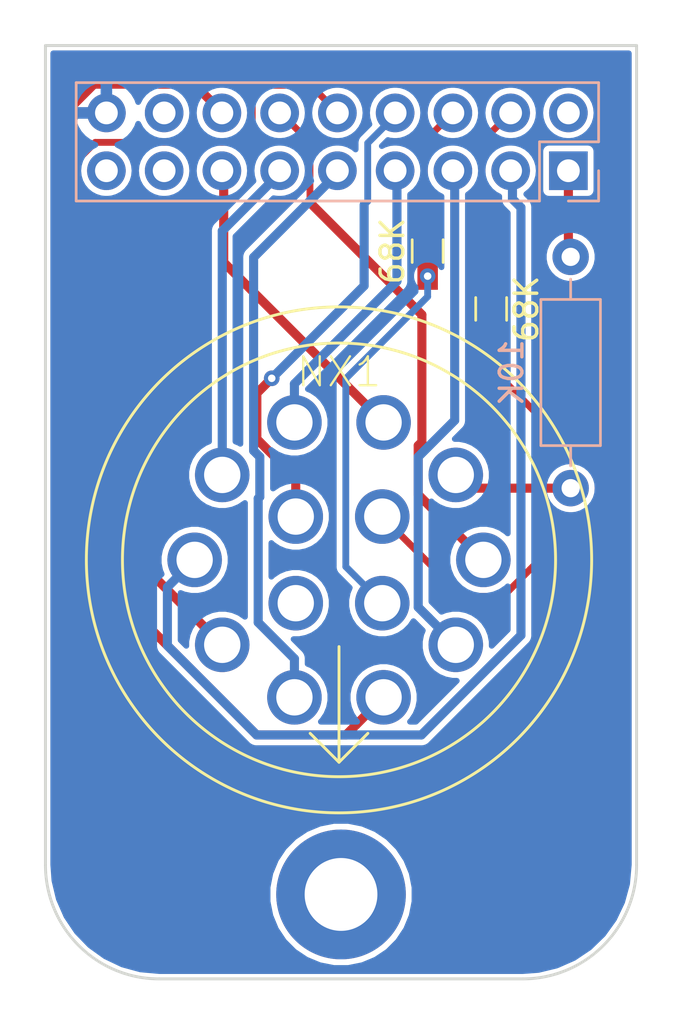
<source format=kicad_pcb>
(kicad_pcb (version 20171130) (host pcbnew "(5.0.0)")

  (general
    (thickness 1.6002)
    (drawings 7)
    (tracks 90)
    (zones 0)
    (modules 7)
    (nets 22)
  )

  (page A4)
  (layers
    (0 F.Cu signal)
    (31 B.Cu signal)
    (34 B.Paste user)
    (35 F.Paste user)
    (36 B.SilkS user)
    (37 F.SilkS user)
    (38 B.Mask user)
    (39 F.Mask user)
    (44 Edge.Cuts user)
  )

  (setup
    (last_trace_width 0.254)
    (user_trace_width 0.1524)
    (user_trace_width 0.2)
    (user_trace_width 0.25)
    (user_trace_width 0.3)
    (user_trace_width 0.4)
    (user_trace_width 0.5)
    (user_trace_width 0.6)
    (user_trace_width 0.8)
    (trace_clearance 0.254)
    (zone_clearance 0.1524)
    (zone_45_only no)
    (trace_min 0.1524)
    (segment_width 0.127)
    (edge_width 0.127)
    (via_size 0.6858)
    (via_drill 0.3302)
    (via_min_size 0.6858)
    (via_min_drill 0.3302)
    (uvia_size 0.508)
    (uvia_drill 0.127)
    (uvias_allowed no)
    (uvia_min_size 0.508)
    (uvia_min_drill 0.127)
    (pcb_text_width 0.127)
    (pcb_text_size 0.6 0.6)
    (mod_edge_width 0.127)
    (mod_text_size 0.6 0.6)
    (mod_text_width 0.127)
    (pad_size 1.524 1.524)
    (pad_drill 0.762)
    (pad_to_mask_clearance 0.05)
    (pad_to_paste_clearance -0.04)
    (aux_axis_origin 0 0)
    (grid_origin 148.59 105.41)
    (visible_elements 7FFFFF7F)
    (pcbplotparams
      (layerselection 0x3ffff_80000001)
      (usegerberextensions true)
      (usegerberattributes true)
      (usegerberadvancedattributes false)
      (creategerberjobfile false)
      (excludeedgelayer true)
      (linewidth 0.127000)
      (plotframeref false)
      (viasonmask false)
      (mode 1)
      (useauxorigin false)
      (hpglpennumber 1)
      (hpglpenspeed 20)
      (hpglpendiameter 15.000000)
      (psnegative false)
      (psa4output false)
      (plotreference true)
      (plotvalue true)
      (plotinvisibletext false)
      (padsonsilk false)
      (subtractmaskfromsilk false)
      (outputformat 1)
      (mirror false)
      (drillshape 0)
      (scaleselection 1)
      (outputdirectory "CAM/"))
  )

  (net 0 "")
  (net 1 GND)
  (net 2 +5V)
  (net 3 /Anode)
  (net 4 /HV6)
  (net 5 /HV5)
  (net 6 /HV10)
  (net 7 /HV4)
  (net 8 /HV9)
  (net 9 /HV3)
  (net 10 /HV8)
  (net 11 /HV2)
  (net 12 /HV7)
  (net 13 /HV1)
  (net 14 /Din)
  (net 15 "Net-(J1-Pad2)")
  (net 16 "Net-(J1-Pad16)")
  (net 17 /DR)
  (net 18 /DL)
  (net 19 "Net-(NX1-Pad4)")
  (net 20 "Net-(NX1-Pad11)")
  (net 21 "Net-(NX1-Pad12)")

  (net_class Default "Imperial - this is the standard class"
    (clearance 0.254)
    (trace_width 0.254)
    (via_dia 0.6858)
    (via_drill 0.3302)
    (uvia_dia 0.508)
    (uvia_drill 0.127)
    (add_net +5V)
    (add_net /Anode)
    (add_net /DL)
    (add_net /DR)
    (add_net /Din)
    (add_net /HV1)
    (add_net /HV10)
    (add_net /HV2)
    (add_net /HV3)
    (add_net /HV4)
    (add_net /HV5)
    (add_net /HV6)
    (add_net /HV7)
    (add_net /HV8)
    (add_net /HV9)
    (add_net GND)
    (add_net "Net-(J1-Pad16)")
    (add_net "Net-(J1-Pad2)")
    (add_net "Net-(NX1-Pad11)")
    (add_net "Net-(NX1-Pad12)")
    (add_net "Net-(NX1-Pad4)")
  )

  (net_class 0.2mm ""
    (clearance 0.2)
    (trace_width 0.2)
    (via_dia 0.6858)
    (via_drill 0.3302)
    (uvia_dia 0.508)
    (uvia_drill 0.127)
  )

  (net_class Minimal ""
    (clearance 0.1524)
    (trace_width 0.1524)
    (via_dia 0.6858)
    (via_drill 0.3302)
    (uvia_dia 0.508)
    (uvia_drill 0.127)
  )

  (module Pin_Headers:Pin_Header_Straight_2x09_Pitch2.54mm (layer B.Cu) (tedit 5AAD8B8E) (tstamp 5AAD8762)
    (at 158.59 87.91 90)
    (descr "Through hole straight pin header, 2x09, 2.54mm pitch, double rows")
    (tags "Through hole pin header THT 2x09 2.54mm double row")
    (path /5AAD77F8)
    (fp_text reference J1 (at 1.27 2.33 90) (layer B.SilkS) hide
      (effects (font (size 1 1) (thickness 0.15)) (justify mirror))
    )
    (fp_text value Nixie (at 1.27 -22.65 90) (layer B.Fab)
      (effects (font (size 1 1) (thickness 0.15)) (justify mirror))
    )
    (fp_line (start 0 1.27) (end 3.81 1.27) (layer B.Fab) (width 0.1))
    (fp_line (start 3.81 1.27) (end 3.81 -21.59) (layer B.Fab) (width 0.1))
    (fp_line (start 3.81 -21.59) (end -1.27 -21.59) (layer B.Fab) (width 0.1))
    (fp_line (start -1.27 -21.59) (end -1.27 0) (layer B.Fab) (width 0.1))
    (fp_line (start -1.27 0) (end 0 1.27) (layer B.Fab) (width 0.1))
    (fp_line (start -1.33 -21.65) (end 3.87 -21.65) (layer B.SilkS) (width 0.12))
    (fp_line (start -1.33 -1.27) (end -1.33 -21.65) (layer B.SilkS) (width 0.12))
    (fp_line (start 3.87 1.33) (end 3.87 -21.65) (layer B.SilkS) (width 0.12))
    (fp_line (start -1.33 -1.27) (end 1.27 -1.27) (layer B.SilkS) (width 0.12))
    (fp_line (start 1.27 -1.27) (end 1.27 1.33) (layer B.SilkS) (width 0.12))
    (fp_line (start 1.27 1.33) (end 3.87 1.33) (layer B.SilkS) (width 0.12))
    (fp_line (start -1.33 0) (end -1.33 1.33) (layer B.SilkS) (width 0.12))
    (fp_line (start -1.33 1.33) (end 0 1.33) (layer B.SilkS) (width 0.12))
    (fp_line (start -1.8 1.8) (end -1.8 -22.1) (layer B.CrtYd) (width 0.05))
    (fp_line (start -1.8 -22.1) (end 4.35 -22.1) (layer B.CrtYd) (width 0.05))
    (fp_line (start 4.35 -22.1) (end 4.35 1.8) (layer B.CrtYd) (width 0.05))
    (fp_line (start 4.35 1.8) (end -1.8 1.8) (layer B.CrtYd) (width 0.05))
    (fp_text user %R (at 1.27 -10.16) (layer B.Fab)
      (effects (font (size 1 1) (thickness 0.15)) (justify mirror))
    )
    (pad 1 thru_hole rect (at 0 0 90) (size 1.7 1.7) (drill 1) (layers *.Cu *.Mask)
      (net 3 /Anode))
    (pad 2 thru_hole oval (at 2.54 0 90) (size 1.7 1.7) (drill 1) (layers *.Cu *.Mask)
      (net 15 "Net-(J1-Pad2)"))
    (pad 3 thru_hole oval (at 0 -2.54 90) (size 1.7 1.7) (drill 1) (layers *.Cu *.Mask)
      (net 4 /HV6))
    (pad 4 thru_hole oval (at 2.54 -2.54 90) (size 1.7 1.7) (drill 1) (layers *.Cu *.Mask)
      (net 17 /DR))
    (pad 5 thru_hole oval (at 0 -5.08 90) (size 1.7 1.7) (drill 1) (layers *.Cu *.Mask)
      (net 5 /HV5))
    (pad 6 thru_hole oval (at 2.54 -5.08 90) (size 1.7 1.7) (drill 1) (layers *.Cu *.Mask)
      (net 18 /DL))
    (pad 7 thru_hole oval (at 0 -7.62 90) (size 1.7 1.7) (drill 1) (layers *.Cu *.Mask)
      (net 7 /HV4))
    (pad 8 thru_hole oval (at 2.54 -7.62 90) (size 1.7 1.7) (drill 1) (layers *.Cu *.Mask)
      (net 6 /HV10))
    (pad 9 thru_hole oval (at 0 -10.16 90) (size 1.7 1.7) (drill 1) (layers *.Cu *.Mask)
      (net 9 /HV3))
    (pad 10 thru_hole oval (at 2.54 -10.16 90) (size 1.7 1.7) (drill 1) (layers *.Cu *.Mask)
      (net 8 /HV9))
    (pad 11 thru_hole oval (at 0 -12.7 90) (size 1.7 1.7) (drill 1) (layers *.Cu *.Mask)
      (net 11 /HV2))
    (pad 12 thru_hole oval (at 2.54 -12.7 90) (size 1.7 1.7) (drill 1) (layers *.Cu *.Mask)
      (net 10 /HV8))
    (pad 13 thru_hole oval (at 0 -15.24 90) (size 1.7 1.7) (drill 1) (layers *.Cu *.Mask)
      (net 13 /HV1))
    (pad 14 thru_hole oval (at 2.54 -15.24 90) (size 1.7 1.7) (drill 1) (layers *.Cu *.Mask)
      (net 12 /HV7))
    (pad 15 thru_hole oval (at 0 -17.78 90) (size 1.7 1.7) (drill 1) (layers *.Cu *.Mask)
      (net 14 /Din))
    (pad 16 thru_hole oval (at 2.54 -17.78 90) (size 1.7 1.7) (drill 1) (layers *.Cu *.Mask)
      (net 16 "Net-(J1-Pad16)"))
    (pad 17 thru_hole oval (at 0 -20.32 90) (size 1.7 1.7) (drill 1) (layers *.Cu *.Mask)
      (net 2 +5V))
    (pad 18 thru_hole oval (at 2.54 -20.32 90) (size 1.7 1.7) (drill 1) (layers *.Cu *.Mask)
      (net 1 GND))
    (model ${KISYS3DMOD}/Pin_Headers.3dshapes/Pin_Header_Straight_2x09_Pitch2.54mm.wrl
      (at (xyz 0 0 0))
      (scale (xyz 1 1 1))
      (rotate (xyz 0 0 0))
    )
  )

  (module logos:mermaid_l (layer B.Cu) (tedit 0) (tstamp 5AAFE2F1)
    (at 159.09 113.91 180)
    (fp_text reference G*** (at 0 0 180) (layer B.SilkS) hide
      (effects (font (size 1.524 1.524) (thickness 0.3)) (justify mirror))
    )
    (fp_text value LOGO (at 0.75 0 180) (layer B.SilkS) hide
      (effects (font (size 1.524 1.524) (thickness 0.3)) (justify mirror))
    )
    (fp_poly (pts (xy 0.016811 3.773536) (xy 0.035492 3.771585) (xy 0.039687 3.770741) (xy 0.079417 3.757244)
      (xy 0.111324 3.737775) (xy 0.124832 3.725513) (xy 0.142677 3.704599) (xy 0.153161 3.684612)
      (xy 0.15793 3.661447) (xy 0.15875 3.64097) (xy 0.158058 3.61993) (xy 0.155124 3.604749)
      (xy 0.148654 3.590748) (xy 0.141938 3.580059) (xy 0.122141 3.557766) (xy 0.098998 3.544256)
      (xy 0.074141 3.539962) (xy 0.049199 3.545313) (xy 0.036501 3.55221) (xy 0.025568 3.560763)
      (xy 0.019906 3.570026) (xy 0.017449 3.584153) (xy 0.016932 3.59157) (xy 0.016648 3.608477)
      (xy 0.018904 3.618133) (xy 0.024587 3.623743) (xy 0.026084 3.624592) (xy 0.039465 3.627784)
      (xy 0.050441 3.626922) (xy 0.059967 3.622881) (xy 0.061919 3.615123) (xy 0.060823 3.608777)
      (xy 0.060289 3.596153) (xy 0.064906 3.590901) (xy 0.073078 3.592235) (xy 0.083211 3.599369)
      (xy 0.093713 3.61152) (xy 0.102989 3.6279) (xy 0.103896 3.629997) (xy 0.108418 3.643365)
      (xy 0.108287 3.6547) (xy 0.103467 3.669685) (xy 0.087643 3.698859) (xy 0.064252 3.721926)
      (xy 0.050164 3.731216) (xy 0.036916 3.737802) (xy 0.022748 3.741623) (xy 0.004134 3.743365)
      (xy -0.014288 3.743716) (xy -0.040147 3.742911) (xy -0.057394 3.740394) (xy -0.064294 3.73724)
      (xy -0.073648 3.731439) (xy -0.077728 3.730626) (xy -0.088165 3.726605) (xy -0.102163 3.716065)
      (xy -0.117406 3.701291) (xy -0.131579 3.684564) (xy -0.142367 3.668169) (xy -0.143717 3.665542)
      (xy -0.151883 3.648712) (xy -0.159332 3.633251) (xy -0.163088 3.620111) (xy -0.165384 3.598867)
      (xy -0.16631 3.568514) (xy -0.166318 3.553876) (xy -0.166026 3.5265) (xy -0.165145 3.506715)
      (xy -0.163111 3.491529) (xy -0.159359 3.477949) (xy -0.153324 3.462983) (xy -0.14625 3.447521)
      (xy -0.121753 3.405235) (xy -0.0903 3.36927) (xy -0.051325 3.33924) (xy -0.004264 3.314759)
      (xy 0.051447 3.295441) (xy 0.089958 3.28602) (xy 0.119366 3.282227) (xy 0.156195 3.281263)
      (xy 0.197719 3.282946) (xy 0.241212 3.28709) (xy 0.283951 3.293513) (xy 0.321687 3.301638)
      (xy 0.342155 3.307861) (xy 0.360849 3.315263) (xy 0.376278 3.322945) (xy 0.386953 3.330006)
      (xy 0.391385 3.335547) (xy 0.388082 3.338667) (xy 0.383597 3.339042) (xy 0.373649 3.342219)
      (xy 0.357833 3.350734) (xy 0.338335 3.36306) (xy 0.317344 3.377673) (xy 0.297047 3.393046)
      (xy 0.279632 3.407655) (xy 0.267286 3.419973) (xy 0.26692 3.420407) (xy 0.246827 3.446164)
      (xy 0.232225 3.469838) (xy 0.221889 3.494463) (xy 0.214597 3.523071) (xy 0.209127 3.558694)
      (xy 0.208269 3.565849) (xy 0.208225 3.599519) (xy 0.214696 3.635439) (xy 0.226608 3.670269)
      (xy 0.242885 3.700666) (xy 0.257355 3.718587) (xy 0.284712 3.739246) (xy 0.316451 3.752322)
      (xy 0.350326 3.757709) (xy 0.384089 3.755304) (xy 0.415495 3.745003) (xy 0.441854 3.727116)
      (xy 0.456743 3.708989) (xy 0.464158 3.687733) (xy 0.465666 3.667574) (xy 0.46447 3.649678)
      (xy 0.459418 3.636679) (xy 0.44831 3.623019) (xy 0.447843 3.622523) (xy 0.432662 3.60928)
      (xy 0.418526 3.60395) (xy 0.413448 3.603625) (xy 0.394908 3.608269) (xy 0.381565 3.620647)
      (xy 0.375782 3.638431) (xy 0.375708 3.640833) (xy 0.378805 3.655072) (xy 0.386689 3.660815)
      (xy 0.397247 3.657238) (xy 0.40302 3.65151) (xy 0.411119 3.643576) (xy 0.417703 3.64383)
      (xy 0.420717 3.645984) (xy 0.426691 3.656909) (xy 0.428309 3.673525) (xy 0.425542 3.691863)
      (xy 0.421138 3.703294) (xy 0.410709 3.716673) (xy 0.399156 3.725521) (xy 0.381042 3.731036)
      (xy 0.358057 3.732598) (xy 0.335132 3.730244) (xy 0.318905 3.724949) (xy 0.298369 3.711409)
      (xy 0.278961 3.693672) (xy 0.264484 3.675356) (xy 0.26187 3.670693) (xy 0.258107 3.658302)
      (xy 0.255508 3.640465) (xy 0.254155 3.620218) (xy 0.254128 3.6006) (xy 0.25551 3.584648)
      (xy 0.258381 3.5754) (xy 0.259291 3.574521) (xy 0.263387 3.567227) (xy 0.264583 3.558334)
      (xy 0.266434 3.54854) (xy 0.269875 3.545417) (xy 0.274956 3.541344) (xy 0.275166 3.539772)
      (xy 0.278369 3.532005) (xy 0.286651 3.519125) (xy 0.298022 3.503894) (xy 0.310492 3.489074)
      (xy 0.315691 3.483521) (xy 0.332808 3.469181) (xy 0.356966 3.453086) (xy 0.385192 3.436898)
      (xy 0.41451 3.422278) (xy 0.441945 3.410886) (xy 0.451563 3.407656) (xy 0.513508 3.39253)
      (xy 0.572008 3.386659) (xy 0.6285 3.390216) (xy 0.684423 3.403376) (xy 0.741216 3.42631)
      (xy 0.78052 3.447259) (xy 0.817352 3.46804) (xy 0.848125 3.483558) (xy 0.875501 3.494552)
      (xy 0.902139 3.501759) (xy 0.9307 3.505917) (xy 0.963843 3.507764) (xy 0.999762 3.50806)
      (xy 1.029829 3.507596) (xy 1.058475 3.506543) (xy 1.08289 3.505047) (xy 1.100268 3.50325)
      (xy 1.103312 3.502746) (xy 1.124251 3.498943) (xy 1.148566 3.494739) (xy 1.16152 3.492588)
      (xy 1.183437 3.488718) (xy 1.205109 3.484407) (xy 1.21576 3.482026) (xy 1.242534 3.475574)
      (xy 1.261268 3.470981) (xy 1.27422 3.467665) (xy 1.283649 3.465044) (xy 1.29181 3.462534)
      (xy 1.293812 3.46189) (xy 1.330054 3.447173) (xy 1.362613 3.428217) (xy 1.390124 3.406284)
      (xy 1.411222 3.382636) (xy 1.42454 3.358536) (xy 1.428749 3.337087) (xy 1.430965 3.31796)
      (xy 1.436932 3.293293) (xy 1.445634 3.266996) (xy 1.4496 3.257021) (xy 1.460028 3.223921)
      (xy 1.465344 3.188889) (xy 1.465701 3.173183) (xy 1.465206 3.152449) (xy 1.465622 3.140318)
      (xy 1.467505 3.134815) (xy 1.471411 3.133966) (xy 1.476375 3.135313) (xy 1.485246 3.136563)
      (xy 1.485546 3.132317) (xy 1.477379 3.123141) (xy 1.473497 3.119686) (xy 1.464568 3.110292)
      (xy 1.463129 3.101507) (xy 1.465406 3.093994) (xy 1.472998 3.082438) (xy 1.485846 3.06985)
      (xy 1.491895 3.065257) (xy 1.507592 3.051442) (xy 1.513053 3.038041) (xy 1.508312 3.023896)
      (xy 1.493572 3.007997) (xy 1.481954 2.996879) (xy 1.477871 2.989625) (xy 1.480148 2.984092)
      (xy 1.480343 2.983889) (xy 1.48489 2.973373) (xy 1.486712 2.956585) (xy 1.485771 2.93749)
      (xy 1.482027 2.920051) (xy 1.481007 2.917281) (xy 1.468042 2.883178) (xy 1.459777 2.85676)
      (xy 1.455764 2.836468) (xy 1.455208 2.827306) (xy 1.451635 2.812089) (xy 1.440656 2.801224)
      (xy 1.433744 2.797314) (xy 1.425278 2.794661) (xy 1.41333 2.793085) (xy 1.395971 2.79241)
      (xy 1.371273 2.792457) (xy 1.349375 2.792809) (xy 1.31873 2.793255) (xy 1.296659 2.793112)
      (xy 1.281157 2.792186) (xy 1.270221 2.790279) (xy 1.261849 2.787196) (xy 1.255447 2.783626)
      (xy 1.244268 2.774775) (xy 1.238474 2.766405) (xy 1.23825 2.764974) (xy 1.235863 2.757876)
      (xy 1.233805 2.756959) (xy 1.229201 2.752098) (xy 1.223916 2.739092) (xy 1.218503 2.720308)
      (xy 1.213515 2.698112) (xy 1.209506 2.674871) (xy 1.207028 2.652951) (xy 1.2065 2.640132)
      (xy 1.207874 2.614203) (xy 1.211589 2.582523) (xy 1.217032 2.549504) (xy 1.222776 2.522803)
      (xy 1.235661 2.473043) (xy 1.247332 2.433315) (xy 1.257929 2.403156) (xy 1.259293 2.399771)
      (xy 1.264013 2.387513) (xy 1.269636 2.371955) (xy 1.270086 2.370667) (xy 1.278721 2.347809)
      (xy 1.289907 2.322021) (xy 1.304888 2.290463) (xy 1.308378 2.283355) (xy 1.317963 2.259043)
      (xy 1.323702 2.234224) (xy 1.325348 2.211548) (xy 1.322652 2.19366) (xy 1.317561 2.184909)
      (xy 1.307186 2.176016) (xy 1.292853 2.165074) (xy 1.277255 2.153968) (xy 1.263087 2.144581)
      (xy 1.253044 2.138797) (xy 1.250232 2.137834) (xy 1.242386 2.13401) (xy 1.231208 2.124466)
      (xy 1.219519 2.11209) (xy 1.21014 2.099773) (xy 1.206613 2.093154) (xy 1.204218 2.073293)
      (xy 1.210459 2.048342) (xy 1.211685 2.04523) (xy 1.220793 2.023791) (xy 1.23213 1.998543)
      (xy 1.244765 1.971403) (xy 1.257766 1.944284) (xy 1.270202 1.9191) (xy 1.281142 1.897767)
      (xy 1.289653 1.882198) (xy 1.294804 1.874308) (xy 1.294911 1.874195) (xy 1.300737 1.866426)
      (xy 1.30175 1.863411) (xy 1.305702 1.855954) (xy 1.316422 1.843726) (xy 1.332206 1.828296)
      (xy 1.351351 1.811235) (xy 1.372151 1.794113) (xy 1.392903 1.778501) (xy 1.397 1.775628)
      (xy 1.412481 1.764474) (xy 1.432822 1.749179) (xy 1.456251 1.731147) (xy 1.480994 1.711783)
      (xy 1.505277 1.692489) (xy 1.527327 1.674669) (xy 1.54537 1.659728) (xy 1.557633 1.649068)
      (xy 1.561041 1.645785) (xy 1.566531 1.641261) (xy 1.577559 1.632846) (xy 1.584854 1.62743)
      (xy 1.599074 1.616479) (xy 1.610642 1.606732) (xy 1.613958 1.603563) (xy 1.621166 1.597319)
      (xy 1.63503 1.586326) (xy 1.653625 1.57203) (xy 1.675029 1.555881) (xy 1.697317 1.539326)
      (xy 1.718566 1.523814) (xy 1.736854 1.510793) (xy 1.740958 1.507944) (xy 1.75542 1.497422)
      (xy 1.767734 1.487559) (xy 1.769672 1.48584) (xy 1.781335 1.477351) (xy 1.789516 1.473434)
      (xy 1.797549 1.469117) (xy 1.799166 1.466423) (xy 1.803588 1.462135) (xy 1.814535 1.456503)
      (xy 1.817687 1.455209) (xy 1.829662 1.449593) (xy 1.835937 1.444862) (xy 1.836208 1.4441)
      (xy 1.840779 1.440501) (xy 1.852852 1.434525) (xy 1.869967 1.42737) (xy 1.872824 1.426267)
      (xy 1.88894 1.420424) (xy 1.902804 1.416562) (xy 1.917198 1.414357) (xy 1.934907 1.413483)
      (xy 1.958714 1.413615) (xy 1.977334 1.414048) (xy 2.011477 1.415666) (xy 2.050591 1.418652)
      (xy 2.089221 1.422539) (xy 2.114726 1.425785) (xy 2.14488 1.42989) (xy 2.16751 1.432256)
      (xy 2.18552 1.432964) (xy 2.201812 1.432095) (xy 2.219288 1.429731) (xy 2.224528 1.428856)
      (xy 2.245404 1.424861) (xy 2.257747 1.421152) (xy 2.263552 1.416902) (xy 2.264833 1.412127)
      (xy 2.263508 1.406717) (xy 2.257986 1.403732) (xy 2.245944 1.402491) (xy 2.231409 1.402292)
      (xy 2.207764 1.401303) (xy 2.182238 1.398663) (xy 2.158033 1.394866) (xy 2.138355 1.390404)
      (xy 2.12725 1.386276) (xy 2.123304 1.383434) (xy 2.123829 1.381057) (xy 2.130164 1.378752)
      (xy 2.143652 1.376125) (xy 2.165634 1.37278) (xy 2.180166 1.370725) (xy 2.208747 1.366286)
      (xy 2.230983 1.361492) (xy 2.251087 1.355226) (xy 2.27327 1.34637) (xy 2.275416 1.345449)
      (xy 2.291879 1.337058) (xy 2.307873 1.326809) (xy 2.32072 1.316668) (xy 2.327745 1.308602)
      (xy 2.328333 1.306591) (xy 2.323743 1.304335) (xy 2.312281 1.304011) (xy 2.297402 1.305252)
      (xy 2.282566 1.307694) (xy 2.271229 1.31097) (xy 2.267743 1.312991) (xy 2.258675 1.31683)
      (xy 2.251604 1.317626) (xy 2.239817 1.320172) (xy 2.234786 1.323331) (xy 2.225761 1.326846)
      (xy 2.213884 1.326984) (xy 2.204136 1.325219) (xy 2.204029 1.323129) (xy 2.20927 1.320799)
      (xy 2.23606 1.310129) (xy 2.25511 1.301894) (xy 2.268643 1.294964) (xy 2.278885 1.288209)
      (xy 2.287322 1.281169) (xy 2.296853 1.2715) (xy 2.301715 1.264499) (xy 2.301875 1.263719)
      (xy 2.297454 1.259587) (xy 2.285098 1.260225) (xy 2.266162 1.265338) (xy 2.242005 1.274631)
      (xy 2.232778 1.27872) (xy 2.210862 1.287938) (xy 2.195226 1.292907) (xy 2.186673 1.293593)
      (xy 2.186011 1.289959) (xy 2.194044 1.28197) (xy 2.19612 1.28034) (xy 2.207237 1.273141)
      (xy 2.215319 1.270118) (xy 2.221801 1.265714) (xy 2.226876 1.256324) (xy 2.227791 1.251047)
      (xy 2.223516 1.248302) (xy 2.212505 1.249392) (xy 2.197482 1.253408) (xy 2.181171 1.259436)
      (xy 2.166296 1.266566) (xy 2.15558 1.273887) (xy 2.153708 1.275833) (xy 2.146702 1.280288)
      (xy 2.132687 1.286789) (xy 2.114695 1.294037) (xy 2.095756 1.300732) (xy 2.095124 1.300937)
      (xy 2.07869 1.304461) (xy 2.057774 1.306667) (xy 2.046312 1.307042) (xy 2.028903 1.306558)
      (xy 2.018807 1.304253) (xy 2.012768 1.298853) (xy 2.009183 1.29249) (xy 2.005287 1.278785)
      (xy 2.008579 1.265874) (xy 2.019902 1.252443) (xy 2.040101 1.237179) (xy 2.048014 1.232048)
      (xy 2.069352 1.218173) (xy 2.083328 1.207722) (xy 2.091758 1.198848) (xy 2.096459 1.189706)
      (xy 2.098878 1.180349) (xy 2.099775 1.168122) (xy 2.095521 1.163627) (xy 2.094838 1.16354)
      (xy 2.077123 1.165005) (xy 2.064663 1.173081) (xy 2.054291 1.180457) (xy 2.036679 1.190046)
      (xy 2.014573 1.20055) (xy 1.990717 1.210671) (xy 1.967857 1.219114) (xy 1.965854 1.219776)
      (xy 1.928101 1.233609) (xy 1.898307 1.248381) (xy 1.87387 1.26573) (xy 1.852189 1.287294)
      (xy 1.844908 1.29597) (xy 1.82922 1.314316) (xy 1.813605 1.330793) (xy 1.80082 1.342542)
      (xy 1.797992 1.344686) (xy 1.786309 1.353213) (xy 1.778836 1.359346) (xy 1.778 1.360236)
      (xy 1.771224 1.365606) (xy 1.75693 1.374794) (xy 1.736985 1.386729) (xy 1.713259 1.400343)
      (xy 1.687619 1.414565) (xy 1.661936 1.428326) (xy 1.638076 1.440557) (xy 1.635125 1.442019)
      (xy 1.587553 1.46584) (xy 1.546283 1.487396) (xy 1.507857 1.50852) (xy 1.481666 1.52353)
      (xy 1.464862 1.532936) (xy 1.450648 1.540248) (xy 1.443302 1.543429) (xy 1.435482 1.548118)
      (xy 1.434041 1.551076) (xy 1.429946 1.555562) (xy 1.42835 1.55575) (xy 1.421455 1.558368)
      (xy 1.407463 1.565519) (xy 1.388265 1.576151) (xy 1.365753 1.589212) (xy 1.341819 1.60365)
      (xy 1.338081 1.605957) (xy 1.328838 1.611626) (xy 1.314356 1.620452) (xy 1.303686 1.626934)
      (xy 1.289183 1.635949) (xy 1.278713 1.64286) (xy 1.275291 1.645485) (xy 1.269816 1.650117)
      (xy 1.258818 1.65865) (xy 1.251479 1.66417) (xy 1.234056 1.677274) (xy 1.220686 1.687881)
      (xy 1.208649 1.698391) (xy 1.195222 1.711206) (xy 1.177684 1.728725) (xy 1.173427 1.733021)
      (xy 1.154691 1.753203) (xy 1.136473 1.774958) (xy 1.121826 1.794574) (xy 1.117957 1.80049)
      (xy 1.107458 1.815879) (xy 1.098096 1.826821) (xy 1.091977 1.830917) (xy 1.085418 1.828569)
      (xy 1.084785 1.826948) (xy 1.081627 1.820717) (xy 1.073818 1.810294) (xy 1.071556 1.807605)
      (xy 1.063024 1.796859) (xy 1.058535 1.789598) (xy 1.058333 1.788759) (xy 1.055116 1.78268)
      (xy 1.048847 1.77503) (xy 1.038358 1.760344) (xy 1.026121 1.737991) (xy 1.013216 1.710506)
      (xy 1.00072 1.680421) (xy 0.989714 1.650268) (xy 0.981275 1.622581) (xy 0.977986 1.608667)
      (xy 0.968972 1.562362) (xy 0.962328 1.523365) (xy 0.95779 1.488735) (xy 0.955093 1.45553)
      (xy 0.953972 1.420809) (xy 0.954162 1.38163) (xy 0.954874 1.352021) (xy 0.955956 1.318336)
      (xy 0.957154 1.287144) (xy 0.958377 1.260422) (xy 0.959534 1.240144) (xy 0.960534 1.228284)
      (xy 0.960617 1.227667) (xy 0.961429 1.217554) (xy 0.962358 1.198447) (xy 0.96335 1.171939)
      (xy 0.964353 1.139617) (xy 0.96531 1.103071) (xy 0.96617 1.063891) (xy 0.966176 1.063625)
      (xy 0.966988 1.016579) (xy 0.967314 0.977779) (xy 0.967075 0.9449) (xy 0.96619 0.915612)
      (xy 0.964579 0.887587) (xy 0.962164 0.858498) (xy 0.958863 0.826017) (xy 0.95765 0.814917)
      (xy 0.951084 0.75682) (xy 0.945176 0.707679) (xy 0.939682 0.665903) (xy 0.934356 0.629902)
      (xy 0.928956 0.598088) (xy 0.923235 0.56887) (xy 0.916949 0.54066) (xy 0.912885 0.523875)
      (xy 0.906794 0.498662) (xy 0.901413 0.475129) (xy 0.897462 0.456489) (xy 0.895973 0.44834)
      (xy 0.892856 0.434708) (xy 0.889085 0.426281) (xy 0.888285 0.425538) (xy 0.884592 0.418555)
      (xy 0.883669 0.411115) (xy 0.882028 0.401383) (xy 0.877635 0.38436) (xy 0.871226 0.362746)
      (xy 0.866028 0.346605) (xy 0.857767 0.321534) (xy 0.84996 0.297435) (xy 0.843739 0.277819)
      (xy 0.841302 0.269875) (xy 0.836378 0.25453) (xy 0.832191 0.243342) (xy 0.830942 0.240771)
      (xy 0.827336 0.232696) (xy 0.822295 0.21902) (xy 0.820702 0.214313) (xy 0.81395 0.195276)
      (xy 0.806669 0.176625) (xy 0.80583 0.174625) (xy 0.798972 0.158321) (xy 0.792944 0.14374)
      (xy 0.792593 0.142875) (xy 0.786649 0.129107) (xy 0.782549 0.120458) (xy 0.778574 0.110063)
      (xy 0.777875 0.105842) (xy 0.775639 0.099184) (xy 0.769428 0.084596) (xy 0.759982 0.063622)
      (xy 0.748042 0.037806) (xy 0.734349 0.008691) (xy 0.719644 -0.022178) (xy 0.704668 -0.053257)
      (xy 0.690162 -0.083002) (xy 0.676867 -0.10987) (xy 0.665523 -0.132316) (xy 0.656873 -0.148797)
      (xy 0.651656 -0.157769) (xy 0.650888 -0.15875) (xy 0.64704 -0.164585) (xy 0.640139 -0.176579)
      (xy 0.635415 -0.185208) (xy 0.622667 -0.207639) (xy 0.605809 -0.235506) (xy 0.586295 -0.266573)
      (xy 0.565581 -0.298607) (xy 0.545121 -0.329373) (xy 0.52637 -0.356639) (xy 0.510784 -0.378168)
      (xy 0.504464 -0.386291) (xy 0.49882 -0.393433) (xy 0.48822 -0.406992) (xy 0.474188 -0.425014)
      (xy 0.458423 -0.445321) (xy 0.386268 -0.531586) (xy 0.305323 -0.615902) (xy 0.217382 -0.696433)
      (xy 0.193138 -0.716902) (xy 0.177764 -0.729736) (xy 0.165728 -0.739925) (xy 0.159212 -0.745619)
      (xy 0.15875 -0.74607) (xy 0.15364 -0.750212) (xy 0.141905 -0.75919) (xy 0.125441 -0.771566)
      (xy 0.111125 -0.782215) (xy 0.091503 -0.796811) (xy 0.074346 -0.809688) (xy 0.061903 -0.819151)
      (xy 0.057234 -0.822811) (xy 0.046348 -0.830914) (xy 0.033422 -0.839659) (xy 0.019429 -0.849492)
      (xy 0.008262 -0.85853) (xy -0.00115 -0.865562) (xy -0.006772 -0.867833) (xy -0.013177 -0.871028)
      (xy -0.024494 -0.879231) (xy -0.033185 -0.886354) (xy -0.046046 -0.896711) (xy -0.055853 -0.903433)
      (xy -0.059243 -0.904875) (xy -0.065136 -0.907527) (xy -0.076973 -0.9143) (xy -0.09191 -0.923419)
      (xy -0.107104 -0.933106) (xy -0.119711 -0.941585) (xy -0.126887 -0.947081) (xy -0.127 -0.947193)
      (xy -0.133129 -0.951521) (xy -0.142875 -0.957378) (xy -0.152011 -0.962765) (xy -0.168175 -0.972485)
      (xy -0.189376 -0.985333) (xy -0.213623 -1.000104) (xy -0.223801 -1.006326) (xy -0.247553 -1.020777)
      (xy -0.267952 -1.033032) (xy -0.283378 -1.04213) (xy -0.292207 -1.047106) (xy -0.293632 -1.04775)
      (xy -0.298902 -1.050229) (xy -0.310818 -1.056768) (xy -0.326931 -1.066017) (xy -0.328991 -1.067222)
      (xy -0.356603 -1.083148) (xy -0.386048 -1.099703) (xy -0.414493 -1.115327) (xy -0.439106 -1.128464)
      (xy -0.455084 -1.136599) (xy -0.467632 -1.14309) (xy -0.475484 -1.147821) (xy -0.47625 -1.148468)
      (xy -0.481786 -1.151903) (xy -0.494692 -1.158989) (xy -0.512891 -1.168607) (xy -0.529167 -1.177013)
      (xy -0.578322 -1.202179) (xy -0.622845 -1.225001) (xy -0.661951 -1.245075) (xy -0.694854 -1.261998)
      (xy -0.720769 -1.275365) (xy -0.73891 -1.284772) (xy -0.748492 -1.289816) (xy -0.748968 -1.290075)
      (xy -0.758048 -1.294813) (xy -0.773987 -1.302904) (xy -0.794153 -1.313017) (xy -0.80698 -1.3194)
      (xy -0.881231 -1.35675) (xy -0.94652 -1.390707) (xy -1.003734 -1.421745) (xy -1.05376 -1.450342)
      (xy -1.076855 -1.464177) (xy -1.090458 -1.471801) (xy -1.098021 -1.475597) (xy -1.105412 -1.479911)
      (xy -1.119579 -1.488876) (xy -1.138874 -1.501392) (xy -1.161647 -1.516359) (xy -1.18625 -1.532677)
      (xy -1.211035 -1.549246) (xy -1.234352 -1.564966) (xy -1.254552 -1.578737) (xy -1.269988 -1.58946)
      (xy -1.279009 -1.596033) (xy -1.280584 -1.5974) (xy -1.28583 -1.602217) (xy -1.296881 -1.611472)
      (xy -1.309688 -1.621833) (xy -1.369914 -1.675393) (xy -1.421218 -1.732685) (xy -1.463288 -1.79318)
      (xy -1.495811 -1.856346) (xy -1.518476 -1.921651) (xy -1.530971 -1.988566) (xy -1.532115 -2.00072)
      (xy -1.533533 -2.021291) (xy -1.533389 -2.03401) (xy -1.531178 -2.041555) (xy -1.526396 -2.046606)
      (xy -1.523028 -2.048937) (xy -1.508982 -2.055507) (xy -1.492365 -2.060056) (xy -1.492229 -2.060079)
      (xy -1.452691 -2.067475) (xy -1.418964 -2.075738) (xy -1.394355 -2.083271) (xy -1.372487 -2.090356)
      (xy -1.346337 -2.098616) (xy -1.322917 -2.10585) (xy -1.302468 -2.112199) (xy -1.284909 -2.117877)
      (xy -1.273608 -2.12179) (xy -1.272646 -2.122164) (xy -1.262724 -2.125949) (xy -1.246121 -2.132103)
      (xy -1.226116 -2.139411) (xy -1.222375 -2.140766) (xy -1.203039 -2.148094) (xy -1.187481 -2.154598)
      (xy -1.178496 -2.159093) (xy -1.177661 -2.159711) (xy -1.168071 -2.163984) (xy -1.164987 -2.164291)
      (xy -1.156849 -2.166561) (xy -1.141251 -2.172762) (xy -1.120145 -2.181983) (xy -1.095482 -2.193313)
      (xy -1.069213 -2.20584) (xy -1.043289 -2.218653) (xy -1.019661 -2.230841) (xy -1.002771 -2.240067)
      (xy -0.979183 -2.253619) (xy -0.954406 -2.268128) (xy -0.930964 -2.28209) (xy -0.911386 -2.293997)
      (xy -0.898196 -2.302344) (xy -0.897227 -2.302991) (xy -0.84537 -2.340492) (xy -0.792658 -2.383257)
      (xy -0.741528 -2.42907) (xy -0.694416 -2.475712) (xy -0.653759 -2.520968) (xy -0.642579 -2.534708)
      (xy -0.628634 -2.552018) (xy -0.616971 -2.565902) (xy -0.609232 -2.574434) (xy -0.607219 -2.576159)
      (xy -0.603295 -2.582213) (xy -0.60325 -2.582995) (xy -0.599953 -2.59017) (xy -0.592419 -2.599694)
      (xy -0.584795 -2.609595) (xy -0.573492 -2.626331) (xy -0.559985 -2.647494) (xy -0.545751 -2.670677)
      (xy -0.532266 -2.693472) (xy -0.521004 -2.713471) (xy -0.513442 -2.728265) (xy -0.512956 -2.729342)
      (xy -0.506925 -2.740667) (xy -0.501953 -2.746251) (xy -0.501417 -2.746375) (xy -0.497764 -2.750622)
      (xy -0.497417 -2.753524) (xy -0.495063 -2.76201) (xy -0.489037 -2.775934) (xy -0.484188 -2.785554)
      (xy -0.476676 -2.800966) (xy -0.471883 -2.81327) (xy -0.470959 -2.817651) (xy -0.468504 -2.82541)
      (xy -0.46699 -2.826631) (xy -0.463351 -2.832354) (xy -0.457475 -2.846051) (xy -0.450118 -2.865545)
      (xy -0.442034 -2.888659) (xy -0.433976 -2.913215) (xy -0.4267 -2.937036) (xy -0.420958 -2.957944)
      (xy -0.419645 -2.963333) (xy -0.414816 -2.982772) (xy -0.410227 -2.999259) (xy -0.40721 -3.008312)
      (xy -0.403349 -3.020934) (xy -0.400065 -3.036847) (xy -0.399977 -3.037416) (xy -0.397973 -3.049953)
      (xy -0.394675 -3.070065) (xy -0.390554 -3.094892) (xy -0.386442 -3.119437) (xy -0.382507 -3.145522)
      (xy -0.379552 -3.172135) (xy -0.377442 -3.20146) (xy -0.376041 -3.23568) (xy -0.375217 -3.276977)
      (xy -0.374941 -3.306237) (xy -0.374907 -3.341428) (xy -0.375253 -3.373114) (xy -0.375932 -3.399753)
      (xy -0.376895 -3.4198) (xy -0.378095 -3.431711) (xy -0.378888 -3.43429) (xy -0.385103 -3.433466)
      (xy -0.398593 -3.427213) (xy -0.41801 -3.416235) (xy -0.441209 -3.401752) (xy -0.483878 -3.374892)
      (xy -0.526415 -3.34985) (xy -0.571041 -3.325433) (xy -0.619976 -3.30045) (xy -0.67544 -3.27371)
      (xy -0.709084 -3.258031) (xy -0.744498 -3.241758) (xy -0.773275 -3.228687) (xy -0.794644 -3.21916)
      (xy -0.807839 -3.213522) (xy -0.812017 -3.212041) (xy -0.817473 -3.210007) (xy -0.830202 -3.204577)
      (xy -0.847855 -3.196764) (xy -0.855541 -3.193302) (xy -0.87586 -3.184131) (xy -0.893504 -3.176218)
      (xy -0.905456 -3.170914) (xy -0.907521 -3.170016) (xy -0.918356 -3.165316) (xy -0.934412 -3.158299)
      (xy -0.944563 -3.153846) (xy -0.976212 -3.140021) (xy -0.999364 -3.130101) (xy -1.015151 -3.123604)
      (xy -1.018646 -3.12224) (xy -1.034695 -3.115354) (xy -1.057193 -3.104752) (xy -1.083338 -3.091857)
      (xy -1.110325 -3.078089) (xy -1.135352 -3.064868) (xy -1.155614 -3.053616) (xy -1.164167 -3.048495)
      (xy -1.18064 -3.036718) (xy -1.199817 -3.020816) (xy -1.220061 -3.002427) (xy -1.239737 -2.983188)
      (xy -1.257209 -2.964736) (xy -1.27084 -2.948708) (xy -1.278994 -2.936743) (xy -1.280584 -2.931984)
      (xy -1.284494 -2.925639) (xy -1.284991 -2.925409) (xy -1.290019 -2.9202) (xy -1.298403 -2.9087)
      (xy -1.308276 -2.893826) (xy -1.317775 -2.878494) (xy -1.325035 -2.865619) (xy -1.32819 -2.858117)
      (xy -1.328209 -2.857838) (xy -1.332 -2.851529) (xy -1.332427 -2.851326) (xy -1.337013 -2.84591)
      (xy -1.344025 -2.834059) (xy -1.348297 -2.82575) (xy -1.354863 -2.813311) (xy -1.359169 -2.807024)
      (xy -1.360124 -2.807229) (xy -1.360267 -2.814002) (xy -1.360556 -2.829563) (xy -1.360961 -2.852114)
      (xy -1.361448 -2.879861) (xy -1.36193 -2.90777) (xy -1.363484 -2.959059) (xy -1.366614 -3.002125)
      (xy -1.371909 -3.039285) (xy -1.379955 -3.072855) (xy -1.391341 -3.105149) (xy -1.406655 -3.138482)
      (xy -1.426484 -3.175172) (xy -1.432473 -3.185583) (xy -1.441516 -3.200851) (xy -1.454792 -3.222887)
      (xy -1.470945 -3.249473) (xy -1.488616 -3.278392) (xy -1.506447 -3.307427) (xy -1.523079 -3.334361)
      (xy -1.537156 -3.356975) (xy -1.546782 -3.372217) (xy -1.556574 -3.387882) (xy -1.563588 -3.399817)
      (xy -1.566333 -3.405482) (xy -1.566334 -3.405513) (xy -1.569332 -3.411428) (xy -1.571875 -3.414671)
      (xy -1.578955 -3.424037) (xy -1.58836 -3.437955) (xy -1.598309 -3.453578) (xy -1.607021 -3.468061)
      (xy -1.612717 -3.478559) (xy -1.613959 -3.481937) (xy -1.617841 -3.488012) (xy -1.618012 -3.48809)
      (xy -1.62267 -3.49336) (xy -1.6306 -3.505128) (xy -1.640113 -3.520543) (xy -1.649522 -3.536754)
      (xy -1.657137 -3.550911) (xy -1.661271 -3.560162) (xy -1.661584 -3.56167) (xy -1.66483 -3.566534)
      (xy -1.665553 -3.566624) (xy -1.670608 -3.570852) (xy -1.67527 -3.57853) (xy -1.6797 -3.587499)
      (xy -1.687831 -3.603801) (xy -1.698602 -3.625313) (xy -1.710953 -3.649918) (xy -1.714283 -3.656541)
      (xy -1.728714 -3.685357) (xy -1.739369 -3.707018) (xy -1.747301 -3.723791) (xy -1.753561 -3.73794)
      (xy -1.759201 -3.751728) (xy -1.762834 -3.761052) (xy -1.768776 -3.776191) (xy -1.77226 -3.784864)
      (xy -1.776532 -3.796565) (xy -1.782292 -3.813799) (xy -1.786124 -3.825875) (xy -1.794107 -3.850123)
      (xy -1.800605 -3.864974) (xy -1.806629 -3.871317) (xy -1.813196 -3.870039) (xy -1.821317 -3.862026)
      (xy -1.823851 -3.858896) (xy -1.834996 -3.845041) (xy -1.845018 -3.832935) (xy -1.860304 -3.814747)
      (xy -1.871524 -3.80089) (xy -1.881557 -3.787711) (xy -1.892096 -3.773209) (xy -1.901907 -3.758672)
      (xy -1.908513 -3.747198) (xy -1.910292 -3.74234) (xy -1.913744 -3.735549) (xy -1.9147 -3.735034)
      (xy -1.920879 -3.728832) (xy -1.93058 -3.714612) (xy -1.942942 -3.693993) (xy -1.957108 -3.668592)
      (xy -1.972218 -3.640026) (xy -1.987415 -3.609913) (xy -2.001841 -3.579871) (xy -2.014636 -3.551517)
      (xy -2.02375 -3.529541) (xy -2.030337 -3.513335) (xy -2.036097 -3.500143) (xy -2.037835 -3.49654)
      (xy -2.041998 -3.483106) (xy -2.042584 -3.477009) (xy -2.044998 -3.466849) (xy -2.047875 -3.463395)
      (xy -2.052009 -3.456083) (xy -2.053167 -3.44752) (xy -2.054935 -3.436601) (xy -2.057874 -3.432007)
      (xy -2.06186 -3.425217) (xy -2.065111 -3.412716) (xy -2.06525 -3.411851) (xy -2.068334 -3.396797)
      (xy -2.073297 -3.37719) (xy -2.076624 -3.3655) (xy -2.081421 -3.348705) (xy -2.085851 -3.331208)
      (xy -2.090465 -3.310549) (xy -2.095814 -3.284268) (xy -2.102103 -3.251729) (xy -2.104118 -3.235184)
      (xy -2.105738 -3.210034) (xy -2.106964 -3.178127) (xy -2.107796 -3.141317) (xy -2.108236 -3.101454)
      (xy -2.108284 -3.060389) (xy -2.107942 -3.019973) (xy -2.10721 -2.982059) (xy -2.10609 -2.948496)
      (xy -2.104582 -2.921137) (xy -2.102689 -2.901833) (xy -2.101907 -2.897187) (xy -2.097408 -2.875018)
      (xy -2.092897 -2.852736) (xy -2.090653 -2.841625) (xy -2.086154 -2.822216) (xy -2.080107 -2.799624)
      (xy -2.076886 -2.788708) (xy -2.071304 -2.769055) (xy -2.066835 -2.750617) (xy -2.06525 -2.742357)
      (xy -2.062104 -2.729658) (xy -2.058113 -2.722367) (xy -2.057874 -2.722201) (xy -2.054205 -2.715199)
      (xy -2.053167 -2.706687) (xy -2.05117 -2.695606) (xy -2.047875 -2.690812) (xy -2.043441 -2.683353)
      (xy -2.042584 -2.677199) (xy -2.040167 -2.663351) (xy -2.037938 -2.657667) (xy -2.028974 -2.638529)
      (xy -2.021574 -2.620201) (xy -2.016995 -2.605971) (xy -2.016125 -2.600674) (xy -2.013211 -2.593748)
      (xy -2.010834 -2.592916) (xy -2.005838 -2.588784) (xy -2.005542 -2.586757) (xy -2.003029 -2.576598)
      (xy -1.996034 -2.558966) (xy -1.985376 -2.535552) (xy -1.971874 -2.508043) (xy -1.956348 -2.478128)
      (xy -1.939615 -2.447495) (xy -1.928989 -2.428875) (xy -1.917739 -2.409493) (xy -1.907325 -2.391511)
      (xy -1.899972 -2.378766) (xy -1.899878 -2.378604) (xy -1.893802 -2.368895) (xy -1.883596 -2.35347)
      (xy -1.870613 -2.334284) (xy -1.856206 -2.313291) (xy -1.841728 -2.292446) (xy -1.828532 -2.273702)
      (xy -1.817969 -2.259015) (xy -1.811394 -2.250337) (xy -1.810149 -2.248958) (xy -1.805415 -2.243477)
      (xy -1.79682 -2.232467) (xy -1.79131 -2.225145) (xy -1.770344 -2.198459) (xy -1.747083 -2.172196)
      (xy -1.730055 -2.154423) (xy -1.712724 -2.135815) (xy -1.701877 -2.120706) (xy -1.696021 -2.105635)
      (xy -1.693663 -2.087143) (xy -1.693294 -2.069187) (xy -1.691985 -2.037889) (xy -1.688457 -2.002483)
      (xy -1.683224 -1.966327) (xy -1.6768 -1.932777) (xy -1.669697 -1.905193) (xy -1.666961 -1.897062)
      (xy -1.662846 -1.885204) (xy -1.657579 -1.869155) (xy -1.656354 -1.865312) (xy -1.651279 -1.851164)
      (xy -1.643761 -1.832422) (xy -1.634898 -1.811569) (xy -1.62579 -1.791087) (xy -1.617537 -1.773458)
      (xy -1.611237 -1.761167) (xy -1.608328 -1.756833) (xy -1.603622 -1.750578) (xy -1.598123 -1.740958)
      (xy -1.589342 -1.72555) (xy -1.577322 -1.706415) (xy -1.564213 -1.686774) (xy -1.552167 -1.669852)
      (xy -1.543395 -1.658937) (xy -1.533701 -1.647808) (xy -1.522115 -1.633534) (xy -1.519492 -1.630166)
      (xy -1.508995 -1.617837) (xy -1.49282 -1.600341) (xy -1.47301 -1.579751) (xy -1.451607 -1.558137)
      (xy -1.430655 -1.537571) (xy -1.412197 -1.520124) (xy -1.401731 -1.51077) (xy -1.357403 -1.473157)
      (xy -1.318621 -1.441319) (xy -1.283358 -1.413642) (xy -1.249585 -1.38851) (xy -1.235605 -1.378502)
      (xy -1.217641 -1.365669) (xy -1.202341 -1.354536) (xy -1.192293 -1.346995) (xy -1.190625 -1.345662)
      (xy -1.183402 -1.340435) (xy -1.169185 -1.33075) (xy -1.149876 -1.317883) (xy -1.127377 -1.303113)
      (xy -1.121834 -1.299504) (xy -1.099035 -1.284586) (xy -1.079146 -1.271389) (xy -1.06401 -1.261148)
      (xy -1.05547 -1.255099) (xy -1.054588 -1.254392) (xy -1.047619 -1.249468) (xy -1.045761 -1.248833)
      (xy -1.040676 -1.246146) (xy -1.028295 -1.238745) (xy -1.010238 -1.227621) (xy -0.988122 -1.213767)
      (xy -0.976637 -1.2065) (xy -0.952911 -1.191648) (xy -0.932191 -1.179074) (xy -0.916177 -1.169778)
      (xy -0.90657 -1.164761) (xy -0.904767 -1.164166) (xy -0.899734 -1.160136) (xy -0.899584 -1.158875)
      (xy -0.895597 -1.153736) (xy -0.894346 -1.153583) (xy -0.887735 -1.150891) (xy -0.874734 -1.143728)
      (xy -0.857782 -1.133462) (xy -0.851959 -1.12977) (xy -0.834261 -1.118806) (xy -0.819739 -1.110508)
      (xy -0.810832 -1.106246) (xy -0.809571 -1.105958) (xy -0.804486 -1.101929) (xy -0.804334 -1.100666)
      (xy -0.800255 -1.095592) (xy -0.798646 -1.095375) (xy -0.791821 -1.09266) (xy -0.778679 -1.085443)
      (xy -0.761693 -1.075108) (xy -0.756148 -1.071562) (xy -0.738568 -1.060567) (xy -0.724176 -1.05226)
      (xy -0.715403 -1.048021) (xy -0.71421 -1.04775) (xy -0.709232 -1.043718) (xy -0.709084 -1.042458)
      (xy -0.704956 -1.037455) (xy -0.702969 -1.037166) (xy -0.695181 -1.034173) (xy -0.683284 -1.026712)
      (xy -0.679509 -1.023937) (xy -0.668048 -1.015672) (xy -0.660434 -1.011056) (xy -0.659331 -1.010708)
      (xy -0.653835 -1.007882) (xy -0.641094 -1.000045) (xy -0.6226 -0.988159) (xy -0.599846 -0.973185)
      (xy -0.574324 -0.956086) (xy -0.569023 -0.9525) (xy -0.557684 -0.944904) (xy -0.542121 -0.934585)
      (xy -0.53398 -0.929219) (xy -0.520479 -0.919753) (xy -0.511223 -0.912158) (xy -0.508882 -0.909375)
      (xy -0.502806 -0.905063) (xy -0.500945 -0.904868) (xy -0.493268 -0.901638) (xy -0.481934 -0.89363)
      (xy -0.478896 -0.891087) (xy -0.464832 -0.879737) (xy -0.447329 -0.866715) (xy -0.439209 -0.861015)
      (xy -0.425484 -0.851373) (xy -0.415678 -0.844018) (xy -0.41275 -0.841444) (xy -0.407253 -0.836619)
      (xy -0.396216 -0.827997) (xy -0.388973 -0.822574) (xy -0.341604 -0.784681) (xy -0.290518 -0.738376)
      (xy -0.236734 -0.68471) (xy -0.18127 -0.624736) (xy -0.125146 -0.559505) (xy -0.079249 -0.502708)
      (xy -0.062944 -0.482084) (xy -0.048225 -0.463696) (xy -0.036765 -0.449621) (xy -0.030459 -0.442179)
      (xy -0.023368 -0.431882) (xy -0.021167 -0.424981) (xy -0.018643 -0.418596) (xy -0.017024 -0.418041)
      (xy -0.012737 -0.413871) (xy -0.003884 -0.402445) (xy 0.008345 -0.385385) (xy 0.02276 -0.364315)
      (xy 0.026632 -0.35851) (xy 0.041431 -0.336511) (xy 0.054315 -0.317912) (xy 0.064091 -0.304396)
      (xy 0.069565 -0.297645) (xy 0.070114 -0.297215) (xy 0.074035 -0.291159) (xy 0.074083 -0.290346)
      (xy 0.076736 -0.283466) (xy 0.083632 -0.270748) (xy 0.091547 -0.257714) (xy 0.102346 -0.239365)
      (xy 0.115584 -0.21485) (xy 0.130278 -0.186213) (xy 0.145448 -0.155497) (xy 0.16011 -0.124745)
      (xy 0.173285 -0.096002) (xy 0.18399 -0.07131) (xy 0.191243 -0.052712) (xy 0.193484 -0.045513)
      (xy 0.197682 -0.034152) (xy 0.201669 -0.028741) (xy 0.205337 -0.021741) (xy 0.206375 -0.013229)
      (xy 0.208372 -0.002148) (xy 0.211666 0.002646) (xy 0.2158 0.009959) (xy 0.216958 0.018521)
      (xy 0.218707 0.029427) (xy 0.221618 0.034006) (xy 0.226345 0.040984) (xy 0.228918 0.04887)
      (xy 0.231739 0.060368) (xy 0.236316 0.077762) (xy 0.240367 0.092605) (xy 0.247231 0.117947)
      (xy 0.252872 0.140561) (xy 0.257696 0.162643) (xy 0.262109 0.186386) (xy 0.26652 0.213986)
      (xy 0.271334 0.247637) (xy 0.276959 0.289534) (xy 0.277158 0.291042) (xy 0.279143 0.307953)
      (xy 0.280721 0.326151) (xy 0.281912 0.346792) (xy 0.282732 0.371028) (xy 0.283201 0.400014)
      (xy 0.283335 0.434902) (xy 0.283155 0.476848) (xy 0.282677 0.527004) (xy 0.281919 0.586524)
      (xy 0.281871 0.590021) (xy 0.280817 0.668263) (xy 0.279976 0.736714) (xy 0.279351 0.796164)
      (xy 0.27895 0.847403) (xy 0.278775 0.891222) (xy 0.278833 0.928411) (xy 0.27913 0.95976)
      (xy 0.279669 0.98606) (xy 0.280456 1.008101) (xy 0.281497 1.026673) (xy 0.282796 1.042566)
      (xy 0.284358 1.05657) (xy 0.284942 1.06098) (xy 0.297069 1.131924) (xy 0.313618 1.197918)
      (xy 0.335296 1.260302) (xy 0.362808 1.320418) (xy 0.396861 1.379608) (xy 0.438161 1.439214)
      (xy 0.487415 1.500576) (xy 0.54533 1.565038) (xy 0.556622 1.576962) (xy 0.571889 1.593799)
      (xy 0.588801 1.613773) (xy 0.605779 1.634854) (xy 0.621245 1.655014) (xy 0.633622 1.672222)
      (xy 0.64133 1.68445) (xy 0.642883 1.687872) (xy 0.647632 1.696514) (xy 0.651231 1.698625)
      (xy 0.655904 1.702758) (xy 0.656166 1.704713) (xy 0.658273 1.712465) (xy 0.663743 1.726431)
      (xy 0.66995 1.740431) (xy 0.679445 1.760986) (xy 0.686351 1.776958) (xy 0.691404 1.790974)
      (xy 0.695338 1.805658) (xy 0.698888 1.823636) (xy 0.702789 1.847531) (xy 0.706279 1.870204)
      (xy 0.708109 1.886353) (xy 0.709859 1.90944) (xy 0.711482 1.937742) (xy 0.712929 1.969535)
      (xy 0.714153 2.003095) (xy 0.715105 2.036697) (xy 0.715739 2.068617) (xy 0.716006 2.097132)
      (xy 0.715859 2.120517) (xy 0.715249 2.137049) (xy 0.714129 2.145003) (xy 0.713908 2.145356)
      (xy 0.708768 2.143798) (xy 0.698741 2.136854) (xy 0.692988 2.132102) (xy 0.677752 2.11919)
      (xy 0.662807 2.106979) (xy 0.659722 2.104542) (xy 0.644712 2.09195) (xy 0.6254 2.074498)
      (xy 0.603554 2.053924) (xy 0.58094 2.031963) (xy 0.559323 2.010354) (xy 0.540471 1.990833)
      (xy 0.526149 1.975137) (xy 0.518687 1.965855) (xy 0.508099 1.948803) (xy 0.494021 1.923387)
      (xy 0.476268 1.889251) (xy 0.454654 1.846039) (xy 0.434343 1.804459) (xy 0.423109 1.781725)
      (xy 0.411978 1.759961) (xy 0.402815 1.742792) (xy 0.400288 1.738313) (xy 0.389828 1.720095)
      (xy 0.378311 1.699797) (xy 0.374676 1.693334) (xy 0.363842 1.674062) (xy 0.352669 1.654273)
      (xy 0.349314 1.648355) (xy 0.335039 1.622699) (xy 0.319232 1.593434) (xy 0.302642 1.562044)
      (xy 0.286023 1.530012) (xy 0.270125 1.498822) (xy 0.255699 1.469959) (xy 0.243498 1.444906)
      (xy 0.234271 1.425146) (xy 0.228772 1.412164) (xy 0.227541 1.407866) (xy 0.225306 1.398602)
      (xy 0.222867 1.39296) (xy 0.201376 1.339348) (xy 0.189951 1.283412) (xy 0.188752 1.226398)
      (xy 0.195385 1.18029) (xy 0.2022 1.13901) (xy 0.205842 1.093859) (xy 0.206289 1.048238)
      (xy 0.20352 1.005548) (xy 0.197512 0.969191) (xy 0.196747 0.966088) (xy 0.191333 0.947758)
      (xy 0.1859 0.933965) (xy 0.18156 0.9275) (xy 0.181303 0.927386) (xy 0.174123 0.929904)
      (xy 0.167478 0.940698) (xy 0.162213 0.95747) (xy 0.159172 0.977916) (xy 0.15875 0.988847)
      (xy 0.158142 1.012452) (xy 0.155993 1.026807) (xy 0.15181 1.033193) (xy 0.145103 1.032891)
      (xy 0.142346 1.031592) (xy 0.13419 1.023995) (xy 0.132291 1.01846) (xy 0.129374 1.011538)
      (xy 0.127 1.010709) (xy 0.122551 1.006327) (xy 0.121708 1.001184) (xy 0.11948 0.990273)
      (xy 0.117382 0.986632) (xy 0.112498 0.976164) (xy 0.107634 0.957246) (xy 0.103184 0.932003)
      (xy 0.099545 0.90256) (xy 0.097725 0.881063) (xy 0.094276 0.84497) (xy 0.089259 0.817372)
      (xy 0.082218 0.796243) (xy 0.075916 0.784335) (xy 0.069791 0.776199) (xy 0.064558 0.776551)
      (xy 0.059576 0.781043) (xy 0.056289 0.785767) (xy 0.053877 0.793433) (xy 0.052189 0.805604)
      (xy 0.051074 0.823841) (xy 0.050381 0.849707) (xy 0.049999 0.880416) (xy 0.049378 0.917606)
      (xy 0.048183 0.94444) (xy 0.046281 0.961137) (xy 0.043537 0.967916) (xy 0.039815 0.964995)
      (xy 0.034983 0.952594) (xy 0.028906 0.930931) (xy 0.026024 0.919428) (xy 0.016984 0.882642)
      (xy 0.008774 0.849581) (xy 0.003732 0.829449) (xy -0.003201 0.808135) (xy -0.012473 0.787288)
      (xy -0.017906 0.777856) (xy -0.02995 0.762264) (xy -0.038759 0.75671) (xy -0.0443 0.761144)
      (xy -0.046541 0.775516) (xy -0.04545 0.799778) (xy -0.043483 0.816822) (xy -0.039961 0.841105)
      (xy -0.03601 0.86496) (xy -0.032428 0.883593) (xy -0.032111 0.885032) (xy -0.027421 0.906055)
      (xy -0.022699 0.92747) (xy -0.021566 0.932657) (xy -0.017028 0.95257) (xy -0.012228 0.972306)
      (xy -0.011534 0.975018) (xy -0.009217 0.988299) (xy -0.009851 0.996595) (xy -0.010556 0.997462)
      (xy -0.016599 0.995495) (xy -0.024534 0.984036) (xy -0.033891 0.963908) (xy -0.042156 0.941917)
      (xy -0.056126 0.903277) (xy -0.068019 0.873951) (xy -0.078359 0.852994) (xy -0.087666 0.839461)
      (xy -0.096462 0.832407) (xy -0.103494 0.830792) (xy -0.108124 0.831954) (xy -0.110356 0.836915)
      (xy -0.110511 0.847891) (xy -0.108915 0.867098) (xy -0.108871 0.867551) (xy -0.105151 0.893384)
      (xy -0.099316 0.921804) (xy -0.094452 0.940311) (xy -0.086855 0.966131) (xy -0.08221 0.983451)
      (xy -0.080209 0.993842) (xy -0.080543 0.998871) (xy -0.082727 1.000114) (xy -0.088018 0.99607)
      (xy -0.096691 0.985697) (xy -0.103188 0.976614) (xy -0.11491 0.961645) (xy -0.126449 0.950751)
      (xy -0.136032 0.94513) (xy -0.141887 0.945979) (xy -0.142875 0.949783) (xy -0.139353 0.968152)
      (xy -0.128938 0.993874) (xy -0.111859 1.026474) (xy -0.088345 1.065476) (xy -0.08424 1.071906)
      (xy -0.069449 1.095093) (xy -0.056948 1.115018) (xy -0.047748 1.130045) (xy -0.042859 1.138536)
      (xy -0.042334 1.139773) (xy -0.0394 1.147465) (xy -0.03167 1.161142) (xy -0.020754 1.178366)
      (xy -0.008261 1.196698) (xy 0.004198 1.213698) (xy 0.015015 1.226928) (xy 0.015614 1.227589)
      (xy 0.035502 1.253311) (xy 0.054074 1.285839) (xy 0.071917 1.326373) (xy 0.089618 1.376111)
      (xy 0.092085 1.383771) (xy 0.100204 1.408837) (xy 0.10757 1.430801) (xy 0.113399 1.447369)
      (xy 0.116902 1.456249) (xy 0.117007 1.45646) (xy 0.121128 1.469896) (xy 0.121708 1.475991)
      (xy 0.124122 1.486151) (xy 0.127 1.489605) (xy 0.131544 1.497115) (xy 0.132291 1.502488)
      (xy 0.134356 1.512297) (xy 0.139708 1.527887) (xy 0.14552 1.542014) (xy 0.152613 1.559701)
      (xy 0.157415 1.574829) (xy 0.15875 1.582432) (xy 0.161222 1.596285) (xy 0.163585 1.602124)
      (xy 0.167234 1.611105) (xy 0.172891 1.627325) (xy 0.179794 1.648337) (xy 0.187182 1.671693)
      (xy 0.194295 1.694943) (xy 0.200372 1.715641) (xy 0.20465 1.731336) (xy 0.206369 1.739581)
      (xy 0.206375 1.739772) (xy 0.208666 1.749898) (xy 0.2111 1.755583) (xy 0.214697 1.764533)
      (xy 0.220366 1.7808) (xy 0.227143 1.801565) (xy 0.230537 1.812396) (xy 0.237292 1.833731)
      (xy 0.243181 1.85136) (xy 0.247336 1.862728) (xy 0.24852 1.865313) (xy 0.25211 1.873405)
      (xy 0.257059 1.887109) (xy 0.258594 1.891771) (xy 0.263343 1.904355) (xy 0.270883 1.92204)
      (xy 0.279987 1.942204) (xy 0.289428 1.962225) (xy 0.297979 1.979482) (xy 0.304412 1.991353)
      (xy 0.306897 1.994959) (xy 0.310978 2.001097) (xy 0.317183 2.012331) (xy 0.317506 2.012955)
      (xy 0.323637 2.021587) (xy 0.33586 2.036253) (xy 0.352841 2.055444) (xy 0.373248 2.077653)
      (xy 0.394685 2.100267) (xy 0.41819 2.124816) (xy 0.440664 2.148513) (xy 0.460467 2.169612)
      (xy 0.475962 2.186371) (xy 0.484645 2.196042) (xy 0.49614 2.209198) (xy 0.504726 2.21891)
      (xy 0.508 2.2225) (xy 0.512442 2.227744) (xy 0.521402 2.238789) (xy 0.531633 2.251605)
      (xy 0.542991 2.265738) (xy 0.551765 2.276315) (xy 0.555725 2.280709) (xy 0.560441 2.286207)
      (xy 0.56898 2.29725) (xy 0.574395 2.304521) (xy 0.583932 2.317297) (xy 0.590836 2.326194)
      (xy 0.592666 2.328334) (xy 0.597157 2.333811) (xy 0.605579 2.344813) (xy 0.611057 2.352146)
      (xy 0.622421 2.366983) (xy 0.63284 2.379784) (xy 0.636162 2.383571) (xy 0.643333 2.393831)
      (xy 0.645583 2.400769) (xy 0.648791 2.407145) (xy 0.650875 2.407709) (xy 0.656013 2.411696)
      (xy 0.656166 2.412946) (xy 0.658858 2.419558) (xy 0.666021 2.432558) (xy 0.676287 2.449511)
      (xy 0.679979 2.455334) (xy 0.690893 2.47268) (xy 0.699175 2.486449) (xy 0.703475 2.494375)
      (xy 0.703791 2.49533) (xy 0.706432 2.500918) (xy 0.713332 2.512731) (xy 0.722312 2.527128)
      (xy 0.731857 2.542734) (xy 0.738544 2.554972) (xy 0.740833 2.560829) (xy 0.744408 2.567142)
      (xy 0.744802 2.567341) (xy 0.74945 2.572365) (xy 0.757951 2.583929) (xy 0.76853 2.599607)
      (xy 0.769341 2.600855) (xy 0.807776 2.651169) (xy 0.852402 2.693422) (xy 0.902482 2.727083)
      (xy 0.957283 2.751622) (xy 0.992187 2.76176) (xy 1.013863 2.769138) (xy 1.027357 2.780083)
      (xy 1.03494 2.796505) (xy 1.035341 2.798038) (xy 1.03497 2.80973) (xy 1.030006 2.820484)
      (xy 1.022677 2.825688) (xy 1.021966 2.825726) (xy 1.016441 2.822402) (xy 1.006339 2.814036)
      (xy 1.001148 2.809303) (xy 0.98701 2.79811) (xy 0.967808 2.785465) (xy 0.950697 2.775728)
      (xy 0.92798 2.765749) (xy 0.903115 2.758812) (xy 0.874791 2.754888) (xy 0.841693 2.753947)
      (xy 0.802506 2.755959) (xy 0.755918 2.760894) (xy 0.700615 2.768722) (xy 0.693208 2.769873)
      (xy 0.670358 2.773324) (xy 0.65073 2.77605) (xy 0.637181 2.777666) (xy 0.63345 2.777939)
      (xy 0.622962 2.773948) (xy 0.608007 2.762638) (xy 0.590041 2.745461) (xy 0.570519 2.723867)
      (xy 0.550898 2.69931) (xy 0.5412 2.685938) (xy 0.519504 2.657301) (xy 0.493323 2.626424)
      (xy 0.464964 2.595752) (xy 0.436734 2.567728) (xy 0.410941 2.544796) (xy 0.39952 2.535887)
      (xy 0.385189 2.525215) (xy 0.374566 2.516949) (xy 0.370416 2.513335) (xy 0.364986 2.509129)
      (xy 0.353303 2.501144) (xy 0.337864 2.490983) (xy 0.321162 2.480249) (xy 0.30569 2.470543)
      (xy 0.293944 2.463469) (xy 0.288417 2.460629) (xy 0.28837 2.460626) (xy 0.282848 2.45847)
      (xy 0.270266 2.452746) (xy 0.253055 2.444568) (xy 0.247973 2.442105) (xy 0.229175 2.433369)
      (xy 0.213535 2.426853) (xy 0.203866 2.423709) (xy 0.202782 2.423584) (xy 0.192124 2.421301)
      (xy 0.186459 2.418942) (xy 0.163344 2.409979) (xy 0.132313 2.401853) (xy 0.096026 2.395018)
      (xy 0.057143 2.389927) (xy 0.018324 2.387034) (xy -0.003454 2.386542) (xy -0.073572 2.391088)
      (xy -0.142492 2.404307) (xy -0.187855 2.418305) (xy -0.198629 2.422762) (xy -0.214736 2.430047)
      (xy -0.233621 2.438927) (xy -0.252728 2.448168) (xy -0.269503 2.456538) (xy -0.28139 2.462802)
      (xy -0.28575 2.465559) (xy -0.291283 2.470393) (xy -0.302043 2.478904) (xy -0.306917 2.482625)
      (xy -0.330269 2.50225) (xy -0.352603 2.52455) (xy -0.372437 2.547663) (xy -0.388294 2.569723)
      (xy -0.398692 2.58887) (xy -0.402167 2.602545) (xy -0.405566 2.614272) (xy -0.408537 2.618337)
      (xy -0.411879 2.627139) (xy -0.414026 2.644006) (xy -0.415025 2.666493) (xy -0.414921 2.692156)
      (xy -0.41376 2.718548) (xy -0.411588 2.743224) (xy -0.40845 2.76374) (xy -0.405616 2.774568)
      (xy -0.390253 2.8113) (xy -0.371754 2.839866) (xy -0.34826 2.862033) (xy -0.317912 2.879568)
      (xy -0.280083 2.893848) (xy -0.245844 2.899602) (xy -0.210401 2.896633) (xy -0.17664 2.885644)
      (xy -0.147445 2.86734) (xy -0.138907 2.859405) (xy -0.126597 2.846042) (xy -0.119866 2.835504)
      (xy -0.117034 2.823537) (xy -0.116421 2.805888) (xy -0.116417 2.80245) (xy -0.11874 2.772884)
      (xy -0.126253 2.750985) (xy -0.139769 2.734783) (xy -0.146441 2.729847) (xy -0.165609 2.721345)
      (xy -0.185633 2.721733) (xy -0.204521 2.728585) (xy -0.216165 2.735104) (xy -0.221021 2.742519)
      (xy -0.221456 2.755147) (xy -0.221196 2.759012) (xy -0.219521 2.772852) (xy -0.215622 2.779096)
      (xy -0.207102 2.780732) (xy -0.20373 2.780771) (xy -0.191757 2.778894) (xy -0.186727 2.771817)
      (xy -0.186164 2.768865) (xy -0.183384 2.759564) (xy -0.180607 2.756959) (xy -0.171721 2.761874)
      (xy -0.166036 2.775824) (xy -0.164042 2.797528) (xy -0.164926 2.815335) (xy -0.168875 2.827543)
      (xy -0.177832 2.839077) (xy -0.182216 2.843571) (xy -0.202565 2.858474) (xy -0.227446 2.866159)
      (xy -0.258554 2.867046) (xy -0.272137 2.865715) (xy -0.30219 2.856857) (xy -0.328323 2.838241)
      (xy -0.350634 2.809794) (xy -0.35248 2.806711) (xy -0.359344 2.793686) (xy -0.363473 2.781202)
      (xy -0.365519 2.765895) (xy -0.366132 2.744399) (xy -0.366134 2.736208) (xy -0.365573 2.711344)
      (xy -0.363568 2.693108) (xy -0.359354 2.677567) (xy -0.352167 2.660785) (xy -0.351003 2.658367)
      (xy -0.341541 2.642419) (xy -0.328065 2.624135) (xy -0.312405 2.60551) (xy -0.296391 2.588541)
      (xy -0.281854 2.575223) (xy -0.270622 2.567553) (xy -0.26674 2.566459) (xy -0.259348 2.563619)
      (xy -0.25841 2.562241) (xy -0.252425 2.557271) (xy -0.239186 2.550091) (xy -0.221444 2.541943)
      (xy -0.201948 2.534075) (xy -0.183448 2.52773) (xy -0.179917 2.526699) (xy -0.125501 2.514562)
      (xy -0.075864 2.510293) (xy -0.030784 2.513422) (xy -0.009052 2.516955) (xy 0.009618 2.520529)
      (xy 0.021961 2.523505) (xy 0.023812 2.524133) (xy 0.053558 2.536102) (xy 0.075868 2.546036)
      (xy 0.093265 2.555485) (xy 0.108273 2.565996) (xy 0.123414 2.579119) (xy 0.140625 2.595817)
      (xy 0.153938 2.611365) (xy 0.168676 2.632242) (xy 0.183499 2.656066) (xy 0.197066 2.680456)
      (xy 0.208035 2.70303) (xy 0.215068 2.721407) (xy 0.216958 2.731433) (xy 0.212699 2.741706)
      (xy 0.200887 2.756331) (xy 0.182964 2.77409) (xy 0.160374 2.793765) (xy 0.134562 2.814138)
      (xy 0.106972 2.83399) (xy 0.079048 2.852103) (xy 0.062514 2.86175) (xy 0.047901 2.869616)
      (xy 0.028383 2.879807) (xy 0.007669 2.890421) (xy -0.010532 2.899555) (xy -0.021167 2.904692)
      (xy -0.032136 2.908841) (xy -0.050509 2.914874) (xy -0.073466 2.921948) (xy -0.098186 2.929222)
      (xy -0.121846 2.935854) (xy -0.141626 2.941002) (xy -0.147556 2.942398) (xy -0.16811 2.94545)
      (xy -0.196426 2.947528) (xy -0.229725 2.948631) (xy -0.265232 2.948759) (xy -0.300168 2.947912)
      (xy -0.331758 2.94609) (xy -0.357223 2.943293) (xy -0.36248 2.942409) (xy -0.423986 2.926853)
      (xy -0.485273 2.903569) (xy -0.544037 2.873783) (xy -0.597975 2.838722) (xy -0.644783 2.799611)
      (xy -0.660408 2.783742) (xy -0.67359 2.768038) (xy -0.689753 2.746666) (xy -0.706668 2.722801)
      (xy -0.72211 2.699619) (xy -0.733849 2.680299) (xy -0.73672 2.674938) (xy -0.753652 2.634173)
      (xy -0.766886 2.587809) (xy -0.775314 2.54051) (xy -0.777875 2.501678) (xy -0.777082 2.480097)
      (xy -0.774964 2.456071) (xy -0.771909 2.432277) (xy -0.768311 2.411393) (xy -0.764558 2.396097)
      (xy -0.761506 2.389453) (xy -0.757293 2.38014) (xy -0.756709 2.375061) (xy -0.754222 2.364737)
      (xy -0.748012 2.350362) (xy -0.745534 2.345693) (xy -0.717233 2.302722) (xy -0.684923 2.267315)
      (xy -0.649643 2.240381) (xy -0.612435 2.222825) (xy -0.600605 2.219412) (xy -0.584721 2.217187)
      (xy -0.562011 2.215999) (xy -0.536177 2.215835) (xy -0.510924 2.216677) (xy -0.489956 2.21851)
      (xy -0.48166 2.21992) (xy -0.451274 2.231074) (xy -0.420728 2.249794) (xy -0.393351 2.273654)
      (xy -0.373184 2.299067) (xy -0.366964 2.315783) (xy -0.363663 2.338875) (xy -0.363326 2.364532)
      (xy -0.366001 2.388945) (xy -0.371735 2.408301) (xy -0.371839 2.408523) (xy -0.386167 2.43049)
      (xy -0.404286 2.445994) (xy -0.418086 2.451773) (xy -0.432976 2.453112) (xy -0.44013 2.447739)
      (xy -0.440117 2.434934) (xy -0.437964 2.42668) (xy -0.434524 2.413062) (xy -0.435737 2.404886)
      (xy -0.442491 2.397704) (xy -0.443997 2.396469) (xy -0.458901 2.388032) (xy -0.473289 2.388653)
      (xy -0.489416 2.398577) (xy -0.493176 2.401814) (xy -0.503204 2.41194) (xy -0.508308 2.421857)
      (xy -0.510105 2.435796) (xy -0.510268 2.446568) (xy -0.509274 2.465821) (xy -0.505455 2.478779)
      (xy -0.497558 2.489613) (xy -0.497228 2.489967) (xy -0.473442 2.507703) (xy -0.443151 2.517157)
      (xy -0.420688 2.518834) (xy -0.385467 2.514112) (xy -0.354893 2.499919) (xy -0.328907 2.476215)
      (xy -0.307448 2.442958) (xy -0.306245 2.440538) (xy -0.297026 2.41244) (xy -0.293068 2.379231)
      (xy -0.294356 2.344938) (xy -0.300874 2.313588) (xy -0.306766 2.298892) (xy -0.315743 2.284082)
      (xy -0.328316 2.267178) (xy -0.342526 2.250377) (xy -0.356414 2.235872) (xy -0.368019 2.225859)
      (xy -0.37497 2.2225) (xy -0.381528 2.219036) (xy -0.381882 2.218364) (xy -0.387591 2.213803)
      (xy -0.400508 2.20667) (xy -0.417977 2.198224) (xy -0.437341 2.18972) (xy -0.455942 2.182418)
      (xy -0.463021 2.179967) (xy -0.479216 2.176708) (xy -0.503869 2.174415) (xy -0.534887 2.173251)
      (xy -0.550334 2.17314) (xy -0.593207 2.174605) (xy -0.628863 2.179387) (xy -0.660361 2.188287)
      (xy -0.690764 2.202103) (xy -0.714375 2.215974) (xy -0.731963 2.228668) (xy -0.752134 2.2457)
      (xy -0.773353 2.265465) (xy -0.794081 2.286356) (xy -0.812783 2.306766) (xy -0.827922 2.325091)
      (xy -0.837961 2.339722) (xy -0.841375 2.348723) (xy -0.84497 2.35447) (xy -0.846667 2.354792)
      (xy -0.851027 2.359204) (xy -0.851959 2.364935) (xy -0.853752 2.374203) (xy -0.855928 2.376841)
      (xy -0.861187 2.383157) (xy -0.868518 2.396943) (xy -0.876787 2.415583) (xy -0.884863 2.436461)
      (xy -0.89161 2.45696) (xy -0.893371 2.463271) (xy -0.904651 2.526149) (xy -0.906159 2.590528)
      (xy -0.902481 2.627463) (xy -0.897989 2.657522) (xy -0.894165 2.679968) (xy -0.89014 2.697656)
      (xy -0.885044 2.713445) (xy -0.878007 2.73019) (xy -0.868158 2.75075) (xy -0.859822 2.767542)
      (xy -0.846711 2.793718) (xy -0.837108 2.812343) (xy -0.829881 2.82538) (xy -0.823903 2.834793)
      (xy -0.818044 2.842544) (xy -0.813745 2.847643) (xy -0.802818 2.860711) (xy -0.789958 2.876646)
      (xy -0.785813 2.881905) (xy -0.776482 2.893348) (xy -0.766479 2.904281) (xy -0.753822 2.916671)
      (xy -0.736529 2.932483) (xy -0.719667 2.947466) (xy -0.69931 2.963741) (xy -0.671981 2.983191)
      (xy -0.640166 3.004242) (xy -0.606351 3.025318) (xy -0.573021 3.044845) (xy -0.542663 3.06125)
      (xy -0.530545 3.067236) (xy -0.503333 3.080886) (xy -0.485944 3.091336) (xy -0.478156 3.098727)
      (xy -0.477689 3.100917) (xy -0.481394 3.10586) (xy -0.491588 3.111051) (xy -0.50938 3.116879)
      (xy -0.535877 3.123734) (xy -0.555625 3.128324) (xy -0.576089 3.133035) (xy -0.596671 3.137899)
      (xy -0.600605 3.138848) (xy -0.619329 3.142955) (xy -0.640998 3.14711) (xy -0.64823 3.148356)
      (xy -0.664985 3.151184) (xy -0.688431 3.155222) (xy -0.714839 3.159826) (xy -0.73025 3.162538)
      (xy -0.764873 3.167168) (xy -0.806502 3.170376) (xy -0.852489 3.172165) (xy -0.900182 3.172538)
      (xy -0.946933 3.171498) (xy -0.990089 3.169047) (xy -1.027001 3.16519) (xy -1.045105 3.16219)
      (xy -1.079073 3.155396) (xy -1.104871 3.15015) (xy -1.124706 3.145921) (xy -1.140787 3.142181)
      (xy -1.15532 3.1384) (xy -1.170512 3.134047) (xy -1.188572 3.128593) (xy -1.201209 3.124723)
      (xy -1.226046 3.116087) (xy -1.255231 3.104333) (xy -1.286495 3.090548) (xy -1.317569 3.075817)
      (xy -1.346186 3.061227) (xy -1.370076 3.047864) (xy -1.386971 3.036814) (xy -1.390197 3.034233)
      (xy -1.400932 3.025886) (xy -1.40837 3.021672) (xy -1.409089 3.021549) (xy -1.416601 3.017597)
      (xy -1.428892 3.006946) (xy -1.444413 2.991379) (xy -1.461614 2.97268) (xy -1.478948 2.952631)
      (xy -1.494864 2.933016) (xy -1.507814 2.915619) (xy -1.516247 2.902222) (xy -1.518709 2.895353)
      (xy -1.522241 2.888754) (xy -1.522983 2.888369) (xy -1.527341 2.882904) (xy -1.534494 2.870408)
      (xy -1.543129 2.853604) (xy -1.551935 2.835216) (xy -1.5596 2.817967) (xy -1.564811 2.804579)
      (xy -1.566334 2.798377) (xy -1.569231 2.788044) (xy -1.570796 2.785798) (xy -1.574976 2.777523)
      (xy -1.580635 2.761637) (xy -1.58694 2.740857) (xy -1.593057 2.717902) (xy -1.597478 2.69875)
      (xy -1.601649 2.679003) (xy -1.606495 2.656084) (xy -1.608664 2.645834) (xy -1.611255 2.625641)
      (xy -1.612532 2.598051) (xy -1.612564 2.566157) (xy -1.611424 2.533052) (xy -1.609182 2.501833)
      (xy -1.605911 2.475592) (xy -1.604576 2.468352) (xy -1.596991 2.439998) (xy -1.585494 2.406968)
      (xy -1.571681 2.373226) (xy -1.557151 2.342733) (xy -1.546146 2.323439) (xy -1.534768 2.307458)
      (xy -1.519865 2.289014) (xy -1.503118 2.269899) (xy -1.486208 2.2519) (xy -1.470818 2.236808)
      (xy -1.458628 2.226412) (xy -1.451322 2.222501) (xy -1.451284 2.2225) (xy -1.445098 2.219764)
      (xy -1.444625 2.218162) (xy -1.440085 2.213815) (xy -1.428108 2.206858) (xy -1.411161 2.198414)
      (xy -1.391712 2.189607) (xy -1.372228 2.181558) (xy -1.355175 2.175391) (xy -1.344084 2.172403)
      (xy -1.329002 2.170211) (xy -1.308204 2.167834) (xy -1.289008 2.166034) (xy -1.243228 2.166665)
      (xy -1.19686 2.175364) (xy -1.151799 2.191186) (xy -1.10994 2.213184) (xy -1.07318 2.240413)
      (xy -1.043413 2.271927) (xy -1.027483 2.296534) (xy -1.021835 2.31292) (xy -1.018143 2.335211)
      (xy -1.0164 2.360629) (xy -1.016597 2.386399) (xy -1.018726 2.409744) (xy -1.022778 2.427889)
      (xy -1.027907 2.437329) (xy -1.031641 2.44574) (xy -1.031875 2.448392) (xy -1.035874 2.461238)
      (xy -1.046199 2.476909) (xy -1.060341 2.492403) (xy -1.075795 2.504713) (xy -1.08164 2.508005)
      (xy -1.096929 2.514425) (xy -1.108227 2.515719) (xy -1.120478 2.512434) (xy -1.120752 2.512331)
      (xy -1.133124 2.504695) (xy -1.137526 2.495631) (xy -1.133399 2.487589) (xy -1.127125 2.484438)
      (xy -1.119619 2.479114) (xy -1.116745 2.467659) (xy -1.116576 2.461592) (xy -1.118312 2.447015)
      (xy -1.125349 2.437725) (xy -1.132879 2.432844) (xy -1.149715 2.426263) (xy -1.166836 2.423584)
      (xy -1.186441 2.428423) (xy -1.205053 2.441277) (xy -1.220448 2.459648) (xy -1.230401 2.481038)
      (xy -1.232959 2.497834) (xy -1.228208 2.522627) (xy -1.215234 2.547895) (xy -1.195952 2.571081)
      (xy -1.172279 2.589627) (xy -1.159005 2.59653) (xy -1.137513 2.602249) (xy -1.109905 2.60468)
      (xy -1.080093 2.60391) (xy -1.051991 2.600027) (xy -1.030699 2.593647) (xy -1.011984 2.582767)
      (xy -0.990108 2.56586) (xy -0.968004 2.545552) (xy -0.948602 2.524471) (xy -0.938356 2.510896)
      (xy -0.923741 2.481122) (xy -0.914437 2.445285) (xy -0.910454 2.406175) (xy -0.911802 2.366581)
      (xy -0.91849 2.329294) (xy -0.930528 2.297103) (xy -0.937582 2.285184) (xy -0.944311 2.273896)
      (xy -0.947207 2.266127) (xy -0.947209 2.266013) (xy -0.951027 2.259624) (xy -0.961306 2.248192)
      (xy -0.976282 2.233333) (xy -0.994193 2.216666) (xy -1.013276 2.199808) (xy -1.031767 2.184377)
      (xy -1.047904 2.171991) (xy -1.05483 2.167258) (xy -1.092944 2.145448) (xy -1.130362 2.128782)
      (xy -1.148292 2.122762) (xy -1.165488 2.117756) (xy -1.18542 2.111935) (xy -1.190625 2.110411)
      (xy -1.207272 2.107289) (xy -1.231856 2.10497) (xy -1.261748 2.103657) (xy -1.280584 2.103438)
      (xy -1.332448 2.105133) (xy -1.376075 2.110435) (xy -1.413288 2.119674) (xy -1.445877 2.13316)
      (xy -1.456584 2.137148) (xy -1.461032 2.137834) (xy -1.470153 2.141049) (xy -1.485536 2.149825)
      (xy -1.505392 2.162857) (xy -1.527929 2.178841) (xy -1.551356 2.196472) (xy -1.573881 2.214446)
      (xy -1.593713 2.231458) (xy -1.607217 2.244292) (xy -1.627414 2.265702) (xy -1.647337 2.288189)
      (xy -1.665679 2.310119) (xy -1.681128 2.329858) (xy -1.692376 2.345772) (xy -1.698114 2.356226)
      (xy -1.698578 2.35832) (xy -1.701591 2.36549) (xy -1.702789 2.366257) (xy -1.707189 2.371591)
      (xy -1.714428 2.383677) (xy -1.721524 2.397125) (xy -1.730045 2.413992) (xy -1.737152 2.427788)
      (xy -1.740559 2.434167) (xy -1.751408 2.457579) (xy -1.762054 2.488228) (xy -1.762509 2.48973)
      (xy -1.767646 2.505948) (xy -1.772313 2.519374) (xy -1.773127 2.52148) (xy -1.78145 2.548695)
      (xy -1.788102 2.583256) (xy -1.793006 2.622863) (xy -1.796081 2.665221) (xy -1.797251 2.708032)
      (xy -1.796436 2.748998) (xy -1.793558 2.785823) (xy -1.78854 2.816209) (xy -1.783737 2.832349)
      (xy -1.779465 2.84485) (xy -1.774311 2.861899) (xy -1.772574 2.868084) (xy -1.76468 2.893356)
      (xy -1.754306 2.919436) (xy -1.739936 2.950079) (xy -1.737294 2.955396) (xy -1.728413 2.971968)
      (xy -1.716712 2.992202) (xy -1.703822 3.013457) (xy -1.691377 3.03309) (xy -1.681009 3.04846)
      (xy -1.674876 3.056387) (xy -1.668135 3.064517) (xy -1.659242 3.076232) (xy -1.658938 3.076648)
      (xy -1.641472 3.098649) (xy -1.61888 3.124176) (xy -1.592625 3.151845) (xy -1.564172 3.180272)
      (xy -1.534982 3.208073) (xy -1.506519 3.233863) (xy -1.480246 3.25626) (xy -1.457627 3.273877)
      (xy -1.440123 3.285333) (xy -1.436275 3.287276) (xy -1.426769 3.292803) (xy -1.423459 3.296725)
      (xy -1.419252 3.301274) (xy -1.408774 3.308164) (xy -1.404938 3.310308) (xy -1.393208 3.317556)
      (xy -1.386813 3.323317) (xy -1.386417 3.324371) (xy -1.382297 3.328283) (xy -1.380619 3.328459)
      (xy -1.372619 3.331309) (xy -1.361123 3.338218) (xy -1.360404 3.338725) (xy -1.349689 3.345286)
      (xy -1.331718 3.355189) (xy -1.308805 3.367256) (xy -1.283263 3.380311) (xy -1.257408 3.393174)
      (xy -1.233552 3.404669) (xy -1.214009 3.413617) (xy -1.209146 3.415708) (xy -1.193663 3.422436)
      (xy -1.18115 3.42825) (xy -1.178791 3.429445) (xy -1.165405 3.433686) (xy -1.15926 3.434292)
      (xy -1.149306 3.436404) (xy -1.146037 3.438952) (xy -1.139059 3.443679) (xy -1.131172 3.446252)
      (xy -1.119678 3.449082) (xy -1.102291 3.453683) (xy -1.087438 3.457764) (xy -1.026587 3.47204)
      (xy -0.958462 3.483287) (xy -0.88555 3.491393) (xy -0.810342 3.496247) (xy -0.735327 3.497738)
      (xy -0.662996 3.495755) (xy -0.595836 3.490186) (xy -0.542396 3.482118) (xy -0.52069 3.478058)
      (xy -0.496469 3.473679) (xy -0.486834 3.471984) (xy -0.440324 3.461507) (xy -0.387075 3.445234)
      (xy -0.328805 3.42373) (xy -0.291042 3.408072) (xy -0.271521 3.399955) (xy -0.255124 3.393692)
      (xy -0.244751 3.390374) (xy -0.243417 3.390131) (xy -0.239548 3.390069) (xy -0.237455 3.392051)
      (xy -0.237235 3.397868) (xy -0.238985 3.409311) (xy -0.242799 3.428169) (xy -0.246351 3.444875)
      (xy -0.252282 3.49387) (xy -0.249811 3.542836) (xy -0.239648 3.590449) (xy -0.222502 3.635387)
      (xy -0.199085 3.676326) (xy -0.170105 3.711944) (xy -0.136274 3.740918) (xy -0.098301 3.761925)
      (xy -0.071438 3.770752) (xy -0.055263 3.773037) (xy -0.032524 3.774262) (xy -0.00718 3.774429)
      (xy 0.016811 3.773536)) (layer B.Mask) (width 0.01))
  )

  (module Mounting_Holes:MountingHole_3.2mm_M3_ISO7380_Pad (layer F.Cu) (tedit 5BE7681F) (tstamp 5BE765B6)
    (at 148.59 119.7)
    (descr "Mounting Hole 3.2mm, M3, ISO7380")
    (tags "mounting hole 3.2mm m3 iso7380")
    (attr virtual)
    (fp_text reference REF** (at 0 -3.85) (layer F.SilkS) hide
      (effects (font (size 1 1) (thickness 0.15)))
    )
    (fp_text value MountingHole_3.2mm_M3_ISO7380_Pad (at 0 3.85) (layer F.Fab)
      (effects (font (size 1 1) (thickness 0.15)))
    )
    (fp_text user %R (at 0.3 0) (layer F.Fab)
      (effects (font (size 1 1) (thickness 0.15)))
    )
    (fp_circle (center 0 0) (end 2.85 0) (layer Cmts.User) (width 0.15))
    (fp_circle (center 0 0) (end 3.1 0) (layer F.CrtYd) (width 0.05))
    (pad 1 thru_hole circle (at 0 0) (size 5.7 5.7) (drill 3.2) (layers *.Cu *.Mask))
  )

  (module Resistors_THT:R_Axial_DIN0207_L6.3mm_D2.5mm_P10.16mm_Horizontal (layer B.Cu) (tedit 5BE76E92) (tstamp 5BE76E1A)
    (at 158.69 91.694 270)
    (descr "Resistor, Axial_DIN0207 series, Axial, Horizontal, pin pitch=10.16mm, 0.25W = 1/4W, length*diameter=6.3*2.5mm^2, http://cdn-reichelt.de/documents/datenblatt/B400/1_4W%23YAG.pdf")
    (tags "Resistor Axial_DIN0207 series Axial Horizontal pin pitch 10.16mm 0.25W = 1/4W length 6.3mm diameter 2.5mm")
    (path /5AAD7A64)
    (fp_text reference R1 (at 5.08 2.31 270) (layer B.SilkS) hide
      (effects (font (size 1 1) (thickness 0.15)) (justify mirror))
    )
    (fp_text value 10K (at 5.08 2.6 270) (layer B.SilkS)
      (effects (font (size 1 1) (thickness 0.15)) (justify mirror))
    )
    (fp_line (start 11.25 1.6) (end -1.05 1.6) (layer B.CrtYd) (width 0.05))
    (fp_line (start 11.25 -1.6) (end 11.25 1.6) (layer B.CrtYd) (width 0.05))
    (fp_line (start -1.05 -1.6) (end 11.25 -1.6) (layer B.CrtYd) (width 0.05))
    (fp_line (start -1.05 1.6) (end -1.05 -1.6) (layer B.CrtYd) (width 0.05))
    (fp_line (start 9.18 0) (end 8.29 0) (layer B.SilkS) (width 0.12))
    (fp_line (start 0.98 0) (end 1.87 0) (layer B.SilkS) (width 0.12))
    (fp_line (start 8.29 1.31) (end 1.87 1.31) (layer B.SilkS) (width 0.12))
    (fp_line (start 8.29 -1.31) (end 8.29 1.31) (layer B.SilkS) (width 0.12))
    (fp_line (start 1.87 -1.31) (end 8.29 -1.31) (layer B.SilkS) (width 0.12))
    (fp_line (start 1.87 1.31) (end 1.87 -1.31) (layer B.SilkS) (width 0.12))
    (fp_line (start 10.16 0) (end 8.23 0) (layer B.Fab) (width 0.1))
    (fp_line (start 0 0) (end 1.93 0) (layer B.Fab) (width 0.1))
    (fp_line (start 8.23 1.25) (end 1.93 1.25) (layer B.Fab) (width 0.1))
    (fp_line (start 8.23 -1.25) (end 8.23 1.25) (layer B.Fab) (width 0.1))
    (fp_line (start 1.93 -1.25) (end 8.23 -1.25) (layer B.Fab) (width 0.1))
    (fp_line (start 1.93 1.25) (end 1.93 -1.25) (layer B.Fab) (width 0.1))
    (pad 2 thru_hole oval (at 10.16 0 270) (size 1.6 1.6) (drill 0.8) (layers *.Cu *.Mask)
      (net 19 "Net-(NX1-Pad4)"))
    (pad 1 thru_hole circle (at 0 0 270) (size 1.6 1.6) (drill 0.8) (layers *.Cu *.Mask)
      (net 3 /Anode))
    (model ${KISYS3DMOD}/Resistors_THT.3dshapes/R_Axial_DIN0207_L6.3mm_D2.5mm_P10.16mm_Horizontal.wrl
      (at (xyz 0 0 0))
      (scale (xyz 0.393701 0.393701 0.393701))
      (rotate (xyz 0 0 0))
    )
  )

  (module mynixies:mynixies-RTS-14-DSUB (layer F.Cu) (tedit 5BEA4F63) (tstamp 5BEA4BE4)
    (at 148.5011 105.0036 180)
    (path /5BEA4696)
    (attr virtual)
    (fp_text reference NX1 (at 0 8.255 180) (layer F.SilkS)
      (effects (font (size 1.27 1.27) (thickness 0.1016)))
    )
    (fp_text value NL848 (at 0 10.16 180) (layer F.SilkS) hide
      (effects (font (size 1.27 1.27) (thickness 0.1016)))
    )
    (fp_line (start 0 -3.81) (end 0 -8.89) (layer F.SilkS) (width 0.127))
    (fp_line (start -1.27 -7.62) (end 0 -8.89) (layer F.SilkS) (width 0.127))
    (fp_line (start 0 -8.89) (end 1.27 -7.62) (layer F.SilkS) (width 0.127))
    (fp_circle (center 0 0) (end 0 -9.525) (layer F.SilkS) (width 0.127))
    (fp_circle (center 0 0) (end 0 -11.1125) (layer F.SilkS) (width 0.127))
    (pad 1 thru_hole circle (at -1.96088 -6.03758 180) (size 2.39776 2.39776) (drill 1.59766) (layers *.Cu *.Mask)
      (net 12 /HV7))
    (pad 2 thru_hole circle (at -5.13588 -3.73126 180) (size 2.39776 2.39776) (drill 1.59766) (layers *.Cu *.Mask)
      (net 5 /HV5))
    (pad 3 thru_hole circle (at -6.35 0 180) (size 2.39776 2.39776) (drill 1.59766) (layers *.Cu *.Mask)
      (net 10 /HV8))
    (pad 4 thru_hole circle (at -5.13588 3.73126 180) (size 2.39776 2.39776) (drill 1.59766) (layers *.Cu *.Mask)
      (net 19 "Net-(NX1-Pad4)"))
    (pad 5 thru_hole circle (at -1.96088 6.03758 180) (size 2.39776 2.39776) (drill 1.59766) (layers *.Cu *.Mask)
      (net 13 /HV1))
    (pad 6 thru_hole circle (at 1.96088 6.03758 180) (size 2.39776 2.39776) (drill 1.59766) (layers *.Cu *.Mask)
      (net 7 /HV4))
    (pad 7 thru_hole circle (at 5.13588 3.73126 180) (size 2.39776 2.39776) (drill 1.59766) (layers *.Cu *.Mask)
      (net 11 /HV2))
    (pad 8 thru_hole circle (at 6.35 0 180) (size 2.39776 2.39776) (drill 1.59766) (layers *.Cu *.Mask)
      (net 4 /HV6))
    (pad 9 thru_hole circle (at 5.13588 -3.73126 180) (size 2.39776 2.39776) (drill 1.59766) (layers *.Cu *.Mask)
      (net 8 /HV9))
    (pad 10 thru_hole circle (at 1.96088 -6.03758 180) (size 2.39776 2.39776) (drill 1.59766) (layers *.Cu *.Mask)
      (net 9 /HV3))
    (pad 11 thru_hole circle (at -1.90246 -1.90246 180) (size 2.39776 2.39776) (drill 1.59766) (layers *.Cu *.Mask)
      (net 20 "Net-(NX1-Pad11)"))
    (pad 12 thru_hole circle (at -1.90246 1.90246 180) (size 2.39776 2.39776) (drill 1.59766) (layers *.Cu *.Mask)
      (net 21 "Net-(NX1-Pad12)"))
    (pad 13 thru_hole circle (at 1.90246 1.90246 180) (size 2.39776 2.39776) (drill 1.59766) (layers *.Cu *.Mask)
      (net 6 /HV10))
    (pad 14 thru_hole circle (at 1.90246 -1.90246 180) (size 2.39776 2.39776) (drill 1.59766) (layers *.Cu *.Mask))
  )

  (module Resistors_SMD:R_0603_HandSoldering (layer F.Cu) (tedit 5BEA4F41) (tstamp 5BEA4BF5)
    (at 152.4 91.44 270)
    (descr "Resistor SMD 0603, hand soldering")
    (tags "resistor 0603")
    (path /5BEA4845)
    (attr smd)
    (fp_text reference R2 (at 0 -1.45 270) (layer F.SilkS) hide
      (effects (font (size 1 1) (thickness 0.15)))
    )
    (fp_text value 68K (at 0 1.55 270) (layer F.SilkS)
      (effects (font (size 1 1) (thickness 0.15)))
    )
    (fp_line (start 1.95 0.7) (end -1.96 0.7) (layer F.CrtYd) (width 0.05))
    (fp_line (start 1.95 0.7) (end 1.95 -0.7) (layer F.CrtYd) (width 0.05))
    (fp_line (start -1.96 -0.7) (end -1.96 0.7) (layer F.CrtYd) (width 0.05))
    (fp_line (start -1.96 -0.7) (end 1.95 -0.7) (layer F.CrtYd) (width 0.05))
    (fp_line (start -0.5 -0.68) (end 0.5 -0.68) (layer F.SilkS) (width 0.12))
    (fp_line (start 0.5 0.68) (end -0.5 0.68) (layer F.SilkS) (width 0.12))
    (fp_line (start -0.8 -0.4) (end 0.8 -0.4) (layer F.Fab) (width 0.1))
    (fp_line (start 0.8 -0.4) (end 0.8 0.4) (layer F.Fab) (width 0.1))
    (fp_line (start 0.8 0.4) (end -0.8 0.4) (layer F.Fab) (width 0.1))
    (fp_line (start -0.8 0.4) (end -0.8 -0.4) (layer F.Fab) (width 0.1))
    (fp_text user %R (at 0 0 270) (layer F.Fab)
      (effects (font (size 0.4 0.4) (thickness 0.075)))
    )
    (pad 2 smd rect (at 1.1 0 270) (size 1.2 0.9) (layers F.Cu F.Paste F.Mask)
      (net 20 "Net-(NX1-Pad11)"))
    (pad 1 smd rect (at -1.1 0 270) (size 1.2 0.9) (layers F.Cu F.Paste F.Mask)
      (net 18 /DL))
    (model ${KISYS3DMOD}/Resistors_SMD.3dshapes/R_0603.wrl
      (at (xyz 0 0 0))
      (scale (xyz 1 1 1))
      (rotate (xyz 0 0 0))
    )
  )

  (module Resistors_SMD:R_0603_HandSoldering (layer F.Cu) (tedit 5BEA4F26) (tstamp 5BEA4E51)
    (at 155.194 93.98 90)
    (descr "Resistor SMD 0603, hand soldering")
    (tags "resistor 0603")
    (path /5BEA4892)
    (attr smd)
    (fp_text reference R3 (at 0 -1.45 90) (layer F.SilkS) hide
      (effects (font (size 1 1) (thickness 0.15)))
    )
    (fp_text value 68K (at 0 1.55 90) (layer F.SilkS)
      (effects (font (size 1 1) (thickness 0.15)))
    )
    (fp_text user %R (at 0 0 90) (layer F.Fab)
      (effects (font (size 0.4 0.4) (thickness 0.075)))
    )
    (fp_line (start -0.8 0.4) (end -0.8 -0.4) (layer F.Fab) (width 0.1))
    (fp_line (start 0.8 0.4) (end -0.8 0.4) (layer F.Fab) (width 0.1))
    (fp_line (start 0.8 -0.4) (end 0.8 0.4) (layer F.Fab) (width 0.1))
    (fp_line (start -0.8 -0.4) (end 0.8 -0.4) (layer F.Fab) (width 0.1))
    (fp_line (start 0.5 0.68) (end -0.5 0.68) (layer F.SilkS) (width 0.12))
    (fp_line (start -0.5 -0.68) (end 0.5 -0.68) (layer F.SilkS) (width 0.12))
    (fp_line (start -1.96 -0.7) (end 1.95 -0.7) (layer F.CrtYd) (width 0.05))
    (fp_line (start -1.96 -0.7) (end -1.96 0.7) (layer F.CrtYd) (width 0.05))
    (fp_line (start 1.95 0.7) (end 1.95 -0.7) (layer F.CrtYd) (width 0.05))
    (fp_line (start 1.95 0.7) (end -1.96 0.7) (layer F.CrtYd) (width 0.05))
    (pad 1 smd rect (at -1.1 0 90) (size 1.2 0.9) (layers F.Cu F.Paste F.Mask)
      (net 21 "Net-(NX1-Pad12)"))
    (pad 2 smd rect (at 1.1 0 90) (size 1.2 0.9) (layers F.Cu F.Paste F.Mask)
      (net 17 /DR))
    (model ${KISYS3DMOD}/Resistors_SMD.3dshapes/R_0603.wrl
      (at (xyz 0 0 0))
      (scale (xyz 1 1 1))
      (rotate (xyz 0 0 0))
    )
  )

  (gr_arc (start 140.59 118.41) (end 135.59 118.41) (angle -90) (layer Edge.Cuts) (width 0.127))
  (gr_arc (start 156.59 118.41) (end 156.59 123.41) (angle -90) (layer Edge.Cuts) (width 0.127))
  (gr_line (start 161.59 82.41) (end 135.59 82.41) (layer Edge.Cuts) (width 0.127))
  (gr_line (start 161.59 118.41) (end 161.59 82.41) (layer Edge.Cuts) (width 0.127))
  (gr_line (start 140.59 123.41) (end 156.59 123.41) (layer Edge.Cuts) (width 0.127))
  (gr_line (start 135.59 82.41) (end 135.59 118.41) (layer Edge.Cuts) (width 0.127))
  (gr_text "nixies.us\nNL848 etc." (at 157.84 114.41) (layer B.Mask)
    (effects (font (size 1.016 1.016) (thickness 0.127)) (justify left mirror))
  )

  (segment (start 158.59 91.594) (end 158.69 91.694) (width 0.4) (layer F.Cu) (net 3))
  (segment (start 158.59 87.91) (end 158.59 91.594) (width 0.4) (layer F.Cu) (net 3))
  (segment (start 156.13 87.95) (end 156.13 89.152081) (width 0.4) (layer B.Cu) (net 4))
  (segment (start 152.124044 112.694061) (end 144.878156 112.694061) (width 0.4) (layer B.Cu) (net 4))
  (segment (start 156.13 89.152081) (end 156.503981 89.526062) (width 0.4) (layer B.Cu) (net 4))
  (segment (start 156.503981 89.526062) (end 156.503981 108.314124) (width 0.4) (layer B.Cu) (net 4))
  (segment (start 156.503981 108.314124) (end 152.124044 112.694061) (width 0.4) (layer B.Cu) (net 4))
  (segment (start 144.878156 112.694061) (end 140.952221 108.768126) (width 0.4) (layer B.Cu) (net 4))
  (segment (start 140.952221 108.768126) (end 140.952221 106.202479) (width 0.4) (layer B.Cu) (net 4))
  (segment (start 140.952221 106.202479) (end 142.1511 105.0036) (width 0.4) (layer B.Cu) (net 4))
  (segment (start 153.59 87.95) (end 153.59 98.873055) (width 0.4) (layer B.Cu) (net 5))
  (segment (start 153.59 98.873055) (end 151.984099 100.478956) (width 0.4) (layer B.Cu) (net 5))
  (segment (start 151.984099 100.478956) (end 151.984099 107.081979) (width 0.4) (layer B.Cu) (net 5))
  (segment (start 151.984099 107.081979) (end 152.438101 107.535981) (width 0.4) (layer B.Cu) (net 5))
  (segment (start 152.438101 107.535981) (end 153.63698 108.73486) (width 0.4) (layer B.Cu) (net 5))
  (segment (start 149.606 89.408) (end 149.764001 89.249999) (width 0.3) (layer B.Cu) (net 6))
  (segment (start 149.764001 89.249999) (end 149.764001 86.695999) (width 0.3) (layer B.Cu) (net 6))
  (segment (start 149.764001 86.695999) (end 150.200001 86.259999) (width 0.3) (layer B.Cu) (net 6))
  (segment (start 150.200001 86.259999) (end 151.05 85.41) (width 0.3) (layer B.Cu) (net 6))
  (segment (start 149.606 92.964) (end 149.606 89.408) (width 0.4) (layer B.Cu) (net 6))
  (segment (start 145.542 97.028) (end 149.606 92.964) (width 0.4) (layer B.Cu) (net 6))
  (segment (start 146.59864 103.10114) (end 146.59864 101.405668) (width 0.4) (layer F.Cu) (net 6))
  (segment (start 146.59864 101.405668) (end 144.887339 99.694367) (width 0.4) (layer F.Cu) (net 6))
  (segment (start 144.887339 97.682661) (end 145.542 97.028) (width 0.4) (layer F.Cu) (net 6))
  (segment (start 144.887339 99.694367) (end 144.887339 97.682661) (width 0.4) (layer F.Cu) (net 6))
  (via (at 145.542 97.028) (size 0.6858) (drill 0.3302) (layers F.Cu B.Cu) (net 6))
  (segment (start 151.05 92.760768) (end 146.54022 97.270548) (width 0.4) (layer B.Cu) (net 7))
  (segment (start 146.54022 97.270548) (end 146.54022 98.96602) (width 0.4) (layer B.Cu) (net 7))
  (segment (start 151.05 87.95) (end 151.05 92.760768) (width 0.4) (layer B.Cu) (net 7))
  (segment (start 136.906 102.27564) (end 143.36522 108.73486) (width 0.4) (layer F.Cu) (net 8))
  (segment (start 136.906 89.154) (end 136.906 102.27564) (width 0.4) (layer F.Cu) (net 8))
  (segment (start 136.906 87.538078) (end 136.906 89.154) (width 0.3) (layer F.Cu) (net 8))
  (segment (start 137.780077 86.664001) (end 136.906 87.538078) (width 0.3) (layer F.Cu) (net 8))
  (segment (start 148.51 85.41) (end 147.255999 84.155999) (width 0.3) (layer F.Cu) (net 8))
  (segment (start 147.255999 84.155999) (end 145.206001 84.155999) (width 0.3) (layer F.Cu) (net 8))
  (segment (start 145.206001 84.155999) (end 144.684001 84.677999) (width 0.3) (layer F.Cu) (net 8))
  (segment (start 144.684001 84.677999) (end 144.684001 86.011921) (width 0.3) (layer F.Cu) (net 8))
  (segment (start 144.684001 86.011921) (end 144.031921 86.664001) (width 0.3) (layer F.Cu) (net 8))
  (segment (start 144.031921 86.664001) (end 137.780077 86.664001) (width 0.3) (layer F.Cu) (net 8))
  (segment (start 146.54022 109.345708) (end 146.54022 111.04118) (width 0.4) (layer B.Cu) (net 9))
  (segment (start 144.945759 107.751247) (end 146.54022 109.345708) (width 0.4) (layer B.Cu) (net 9))
  (segment (start 145.018101 102.235414) (end 144.945759 102.307756) (width 0.4) (layer B.Cu) (net 9))
  (segment (start 144.945759 102.307756) (end 144.945759 107.751247) (width 0.4) (layer B.Cu) (net 9))
  (segment (start 145.018101 100.478956) (end 145.018101 102.235414) (width 0.4) (layer B.Cu) (net 9))
  (segment (start 144.745099 100.205954) (end 145.018101 100.478956) (width 0.4) (layer B.Cu) (net 9))
  (segment (start 144.745099 91.714901) (end 144.745099 100.205954) (width 0.4) (layer B.Cu) (net 9))
  (segment (start 148.51 87.95) (end 144.745099 91.714901) (width 0.4) (layer B.Cu) (net 9))
  (segment (start 152.146 99.822) (end 151.984099 99.983901) (width 0.4) (layer F.Cu) (net 10))
  (segment (start 151.984099 99.983901) (end 151.984099 102.136599) (width 0.4) (layer F.Cu) (net 10))
  (segment (start 151.984099 102.136599) (end 153.652221 103.804721) (width 0.4) (layer F.Cu) (net 10))
  (segment (start 153.652221 103.804721) (end 154.8511 105.0036) (width 0.4) (layer F.Cu) (net 10))
  (segment (start 152.146 94.234) (end 152.146 99.822) (width 0.4) (layer F.Cu) (net 10))
  (segment (start 147.224001 89.312001) (end 152.146 94.234) (width 0.4) (layer F.Cu) (net 10))
  (segment (start 145.97 85.41) (end 147.224001 86.664001) (width 0.3) (layer F.Cu) (net 10))
  (segment (start 147.224001 86.664001) (end 147.224001 89.312001) (width 0.3) (layer F.Cu) (net 10))
  (segment (start 145.97 87.95) (end 143.36522 90.55478) (width 0.4) (layer B.Cu) (net 11))
  (segment (start 143.36522 90.55478) (end 143.36522 101.27234) (width 0.4) (layer B.Cu) (net 11))
  (segment (start 136.251989 104.067894) (end 144.878156 112.694061) (width 0.4) (layer F.Cu) (net 12))
  (segment (start 136.251989 85.578089) (end 136.251989 104.067894) (width 0.4) (layer F.Cu) (net 12))
  (segment (start 149.263101 112.240059) (end 150.46198 111.04118) (width 0.4) (layer F.Cu) (net 12))
  (segment (start 148.809099 112.694061) (end 149.263101 112.240059) (width 0.4) (layer F.Cu) (net 12))
  (segment (start 137.724079 84.105999) (end 136.251989 85.578089) (width 0.4) (layer F.Cu) (net 12))
  (segment (start 142.125999 84.105999) (end 137.724079 84.105999) (width 0.4) (layer F.Cu) (net 12))
  (segment (start 143.43 85.41) (end 142.125999 84.105999) (width 0.4) (layer F.Cu) (net 12))
  (segment (start 144.878156 112.694061) (end 148.809099 112.694061) (width 0.4) (layer F.Cu) (net 12))
  (segment (start 143.43 91.93404) (end 150.46198 98.96602) (width 0.4) (layer F.Cu) (net 13))
  (segment (start 143.43 87.95) (end 143.43 91.93404) (width 0.4) (layer F.Cu) (net 13))
  (segment (start 155.194 91.98) (end 155.194 92.88) (width 0.3) (layer F.Cu) (net 17))
  (segment (start 154.795999 91.581999) (end 155.194 91.98) (width 0.3) (layer F.Cu) (net 17))
  (segment (start 154.795999 86.624001) (end 154.795999 91.581999) (width 0.3) (layer F.Cu) (net 17))
  (segment (start 156.05 85.37) (end 154.795999 86.624001) (width 0.3) (layer F.Cu) (net 17))
  (segment (start 152.4 89.44) (end 152.4 90.34) (width 0.3) (layer F.Cu) (net 18))
  (segment (start 152.255999 89.295999) (end 152.4 89.44) (width 0.3) (layer F.Cu) (net 18))
  (segment (start 152.255999 86.624001) (end 152.255999 89.295999) (width 0.3) (layer F.Cu) (net 18))
  (segment (start 153.51 85.37) (end 152.255999 86.624001) (width 0.3) (layer F.Cu) (net 18))
  (segment (start 154.21864 101.854) (end 153.63698 101.27234) (width 0.4) (layer F.Cu) (net 19))
  (segment (start 158.69 101.854) (end 154.21864 101.854) (width 0.4) (layer F.Cu) (net 19))
  (via (at 152.4 92.54) (size 0.6858) (drill 0.3302) (layers F.Cu B.Cu) (net 20))
  (segment (start 148.800679 105.303179) (end 149.204681 105.707181) (width 0.3) (layer B.Cu) (net 20))
  (segment (start 149.204681 105.707181) (end 150.40356 106.90606) (width 0.3) (layer B.Cu) (net 20))
  (segment (start 148.800679 97.039321) (end 148.800679 105.303179) (width 0.3) (layer B.Cu) (net 20))
  (segment (start 152.4 93.44) (end 148.800679 97.039321) (width 0.3) (layer B.Cu) (net 20))
  (segment (start 152.4 92.54) (end 152.4 93.44) (width 0.3) (layer B.Cu) (net 20))
  (segment (start 151.602439 104.300019) (end 150.40356 103.10114) (width 0.3) (layer F.Cu) (net 21))
  (segment (start 153.908901 106.606481) (end 151.602439 104.300019) (width 0.3) (layer F.Cu) (net 21))
  (segment (start 155.719441 106.606481) (end 153.908901 106.606481) (width 0.3) (layer F.Cu) (net 21))
  (segment (start 159.894001 102.431921) (end 155.719441 106.606481) (width 0.3) (layer F.Cu) (net 21))
  (segment (start 159.894001 101.276079) (end 159.894001 102.431921) (width 0.3) (layer F.Cu) (net 21))
  (segment (start 155.194 96.576078) (end 159.894001 101.276079) (width 0.3) (layer F.Cu) (net 21))
  (segment (start 155.194 95.08) (end 155.194 96.576078) (width 0.3) (layer F.Cu) (net 21))

  (zone (net 1) (net_name GND) (layer B.Cu) (tstamp 0) (hatch edge 0.508)
    (connect_pads (clearance 0.1524))
    (min_thickness 0.254)
    (fill yes (arc_segments 32) (thermal_gap 0.508) (thermal_bridge_width 0.508) (smoothing chamfer))
    (polygon
      (pts
        (xy 133.59 80.41) (xy 163.59 80.41) (xy 163.59 125.41) (xy 133.59 125.41)
      )
    )
    (filled_polygon
      (pts
        (xy 161.2471 118.394723) (xy 161.172157 119.234457) (xy 160.953738 120.032859) (xy 160.597389 120.779963) (xy 160.114372 121.452153)
        (xy 159.51995 122.028188) (xy 158.832916 122.489855) (xy 158.074991 122.82256) (xy 157.267482 123.016426) (xy 156.577429 123.0671)
        (xy 140.605277 123.0671) (xy 139.765543 122.992157) (xy 138.967141 122.773738) (xy 138.220037 122.417389) (xy 137.547847 121.934372)
        (xy 136.971812 121.33995) (xy 136.510145 120.652916) (xy 136.17744 119.894991) (xy 136.054228 119.381774) (xy 145.359 119.381774)
        (xy 145.359 120.018226) (xy 145.483166 120.642448) (xy 145.726725 121.230452) (xy 146.080319 121.759642) (xy 146.530358 122.209681)
        (xy 147.059548 122.563275) (xy 147.647552 122.806834) (xy 148.271774 122.931) (xy 148.908226 122.931) (xy 149.532448 122.806834)
        (xy 150.120452 122.563275) (xy 150.649642 122.209681) (xy 151.099681 121.759642) (xy 151.453275 121.230452) (xy 151.696834 120.642448)
        (xy 151.821 120.018226) (xy 151.821 119.381774) (xy 151.696834 118.757552) (xy 151.453275 118.169548) (xy 151.099681 117.640358)
        (xy 150.649642 117.190319) (xy 150.120452 116.836725) (xy 149.532448 116.593166) (xy 148.908226 116.469) (xy 148.271774 116.469)
        (xy 147.647552 116.593166) (xy 147.059548 116.836725) (xy 146.530358 117.190319) (xy 146.080319 117.640358) (xy 145.726725 118.169548)
        (xy 145.483166 118.757552) (xy 145.359 119.381774) (xy 136.054228 119.381774) (xy 135.983574 119.087482) (xy 135.9329 118.397429)
        (xy 135.9329 106.202479) (xy 140.36841 106.202479) (xy 140.371222 106.231029) (xy 140.371221 108.739586) (xy 140.36841 108.768126)
        (xy 140.376818 108.853495) (xy 140.379628 108.882021) (xy 140.41285 108.99154) (xy 140.4668 109.092473) (xy 140.539404 109.180943)
        (xy 140.561581 109.199143) (xy 144.447143 113.084706) (xy 144.465339 113.106878) (xy 144.553808 113.179482) (xy 144.654741 113.233432)
        (xy 144.76426 113.266654) (xy 144.878156 113.277872) (xy 144.906696 113.275061) (xy 152.095504 113.275061) (xy 152.124044 113.277872)
        (xy 152.152584 113.275061) (xy 152.23794 113.266654) (xy 152.347459 113.233432) (xy 152.448392 113.179482) (xy 152.536861 113.106878)
        (xy 152.555061 113.084701) (xy 156.894626 108.745137) (xy 156.916798 108.726941) (xy 156.989402 108.638472) (xy 157.043352 108.537539)
        (xy 157.076574 108.42802) (xy 157.084981 108.342664) (xy 157.084981 108.342662) (xy 157.087792 108.314125) (xy 157.084981 108.285588)
        (xy 157.084981 101.854) (xy 157.503286 101.854) (xy 157.526088 102.085516) (xy 157.593619 102.308136) (xy 157.703283 102.513303)
        (xy 157.850866 102.693134) (xy 158.030697 102.840717) (xy 158.235864 102.950381) (xy 158.458484 103.017912) (xy 158.631984 103.035)
        (xy 158.748016 103.035) (xy 158.921516 103.017912) (xy 159.144136 102.950381) (xy 159.349303 102.840717) (xy 159.529134 102.693134)
        (xy 159.676717 102.513303) (xy 159.786381 102.308136) (xy 159.853912 102.085516) (xy 159.876714 101.854) (xy 159.853912 101.622484)
        (xy 159.786381 101.399864) (xy 159.676717 101.194697) (xy 159.529134 101.014866) (xy 159.349303 100.867283) (xy 159.144136 100.757619)
        (xy 158.921516 100.690088) (xy 158.748016 100.673) (xy 158.631984 100.673) (xy 158.458484 100.690088) (xy 158.235864 100.757619)
        (xy 158.030697 100.867283) (xy 157.850866 101.014866) (xy 157.703283 101.194697) (xy 157.593619 101.399864) (xy 157.526088 101.622484)
        (xy 157.503286 101.854) (xy 157.084981 101.854) (xy 157.084981 91.577682) (xy 157.509 91.577682) (xy 157.509 91.810318)
        (xy 157.554386 92.038485) (xy 157.643412 92.253413) (xy 157.772658 92.446843) (xy 157.937157 92.611342) (xy 158.130587 92.740588)
        (xy 158.345515 92.829614) (xy 158.573682 92.875) (xy 158.806318 92.875) (xy 159.034485 92.829614) (xy 159.249413 92.740588)
        (xy 159.442843 92.611342) (xy 159.607342 92.446843) (xy 159.736588 92.253413) (xy 159.825614 92.038485) (xy 159.871 91.810318)
        (xy 159.871 91.577682) (xy 159.825614 91.349515) (xy 159.736588 91.134587) (xy 159.607342 90.941157) (xy 159.442843 90.776658)
        (xy 159.249413 90.647412) (xy 159.034485 90.558386) (xy 158.806318 90.513) (xy 158.573682 90.513) (xy 158.345515 90.558386)
        (xy 158.130587 90.647412) (xy 157.937157 90.776658) (xy 157.772658 90.941157) (xy 157.643412 91.134587) (xy 157.554386 91.349515)
        (xy 157.509 91.577682) (xy 157.084981 91.577682) (xy 157.084981 89.554601) (xy 157.087792 89.526061) (xy 157.076574 89.412166)
        (xy 157.043352 89.302647) (xy 156.989402 89.201714) (xy 156.916798 89.113245) (xy 156.894622 89.095046) (xy 156.737683 88.938107)
        (xy 156.92466 88.78466) (xy 157.078491 88.597216) (xy 157.192798 88.383363) (xy 157.263188 88.151318) (xy 157.286956 87.91)
        (xy 157.263188 87.668682) (xy 157.192798 87.436637) (xy 157.078491 87.222784) (xy 156.944898 87.06) (xy 157.357157 87.06)
        (xy 157.357157 88.76) (xy 157.364513 88.834689) (xy 157.386299 88.906508) (xy 157.421678 88.972696) (xy 157.469289 89.030711)
        (xy 157.527304 89.078322) (xy 157.593492 89.113701) (xy 157.665311 89.135487) (xy 157.74 89.142843) (xy 159.44 89.142843)
        (xy 159.514689 89.135487) (xy 159.586508 89.113701) (xy 159.652696 89.078322) (xy 159.710711 89.030711) (xy 159.758322 88.972696)
        (xy 159.793701 88.906508) (xy 159.815487 88.834689) (xy 159.822843 88.76) (xy 159.822843 87.06) (xy 159.815487 86.985311)
        (xy 159.793701 86.913492) (xy 159.758322 86.847304) (xy 159.710711 86.789289) (xy 159.652696 86.741678) (xy 159.586508 86.706299)
        (xy 159.514689 86.684513) (xy 159.44 86.677157) (xy 157.74 86.677157) (xy 157.665311 86.684513) (xy 157.593492 86.706299)
        (xy 157.527304 86.741678) (xy 157.469289 86.789289) (xy 157.421678 86.847304) (xy 157.386299 86.913492) (xy 157.364513 86.985311)
        (xy 157.357157 87.06) (xy 156.944898 87.06) (xy 156.92466 87.03534) (xy 156.737216 86.881509) (xy 156.523363 86.767202)
        (xy 156.291318 86.696812) (xy 156.110472 86.679) (xy 155.989528 86.679) (xy 155.808682 86.696812) (xy 155.576637 86.767202)
        (xy 155.362784 86.881509) (xy 155.17534 87.03534) (xy 155.021509 87.222784) (xy 154.907202 87.436637) (xy 154.836812 87.668682)
        (xy 154.813044 87.91) (xy 154.836812 88.151318) (xy 154.907202 88.383363) (xy 155.021509 88.597216) (xy 155.17534 88.78466)
        (xy 155.362784 88.938491) (xy 155.549001 89.038026) (xy 155.549001 89.123532) (xy 155.546189 89.152081) (xy 155.557407 89.265976)
        (xy 155.590629 89.375495) (xy 155.632691 89.454187) (xy 155.64458 89.476429) (xy 155.717184 89.564898) (xy 155.739356 89.583094)
        (xy 155.922981 89.766719) (xy 155.922982 103.841194) (xy 155.858215 103.776427) (xy 155.599454 103.603529) (xy 155.311934 103.484434)
        (xy 155.006705 103.42372) (xy 154.695495 103.42372) (xy 154.390266 103.484434) (xy 154.102746 103.603529) (xy 153.843985 103.776427)
        (xy 153.623927 103.996485) (xy 153.451029 104.255246) (xy 153.331934 104.542766) (xy 153.27122 104.847995) (xy 153.27122 105.159205)
        (xy 153.331934 105.464434) (xy 153.451029 105.751954) (xy 153.623927 106.010715) (xy 153.843985 106.230773) (xy 154.102746 106.403671)
        (xy 154.390266 106.522766) (xy 154.695495 106.58348) (xy 155.006705 106.58348) (xy 155.311934 106.522766) (xy 155.599454 106.403671)
        (xy 155.858215 106.230773) (xy 155.922982 106.166006) (xy 155.922982 108.073465) (xy 155.21686 108.779587) (xy 155.21686 108.579255)
        (xy 155.156146 108.274026) (xy 155.037051 107.986506) (xy 154.864153 107.727745) (xy 154.644095 107.507687) (xy 154.385334 107.334789)
        (xy 154.097814 107.215694) (xy 153.792585 107.15498) (xy 153.481375 107.15498) (xy 153.176146 107.215694) (xy 153.008792 107.285015)
        (xy 152.86912 107.145343) (xy 152.869111 107.145332) (xy 152.565099 106.841321) (xy 152.565099 102.434747) (xy 152.629865 102.499513)
        (xy 152.888626 102.672411) (xy 153.176146 102.791506) (xy 153.481375 102.85222) (xy 153.792585 102.85222) (xy 154.097814 102.791506)
        (xy 154.385334 102.672411) (xy 154.644095 102.499513) (xy 154.864153 102.279455) (xy 155.037051 102.020694) (xy 155.156146 101.733174)
        (xy 155.21686 101.427945) (xy 155.21686 101.116735) (xy 155.156146 100.811506) (xy 155.037051 100.523986) (xy 154.864153 100.265225)
        (xy 154.644095 100.045167) (xy 154.385334 99.872269) (xy 154.097814 99.753174) (xy 153.792585 99.69246) (xy 153.592253 99.69246)
        (xy 153.980645 99.304068) (xy 154.002817 99.285872) (xy 154.075421 99.197403) (xy 154.129371 99.09647) (xy 154.162593 98.986951)
        (xy 154.171 98.901595) (xy 154.173811 98.873055) (xy 154.171 98.844515) (xy 154.171 88.952504) (xy 154.197216 88.938491)
        (xy 154.38466 88.78466) (xy 154.538491 88.597216) (xy 154.652798 88.383363) (xy 154.723188 88.151318) (xy 154.746956 87.91)
        (xy 154.723188 87.668682) (xy 154.652798 87.436637) (xy 154.538491 87.222784) (xy 154.38466 87.03534) (xy 154.197216 86.881509)
        (xy 153.983363 86.767202) (xy 153.751318 86.696812) (xy 153.570472 86.679) (xy 153.449528 86.679) (xy 153.268682 86.696812)
        (xy 153.036637 86.767202) (xy 152.822784 86.881509) (xy 152.63534 87.03534) (xy 152.481509 87.222784) (xy 152.367202 87.436637)
        (xy 152.296812 87.668682) (xy 152.273044 87.91) (xy 152.296812 88.151318) (xy 152.367202 88.383363) (xy 152.481509 88.597216)
        (xy 152.63534 88.78466) (xy 152.822784 88.938491) (xy 153.009 89.038026) (xy 153.009 92.148448) (xy 152.96229 92.07854)
        (xy 152.86146 91.97771) (xy 152.742895 91.898488) (xy 152.611154 91.843919) (xy 152.471298 91.8161) (xy 152.328702 91.8161)
        (xy 152.188846 91.843919) (xy 152.057105 91.898488) (xy 151.93854 91.97771) (xy 151.83771 92.07854) (xy 151.758488 92.197105)
        (xy 151.703919 92.328846) (xy 151.6761 92.468702) (xy 151.6761 92.611298) (xy 151.703919 92.751154) (xy 151.758488 92.882895)
        (xy 151.83771 93.00146) (xy 151.869 93.03275) (xy 151.869 93.220052) (xy 148.443654 96.6454) (xy 148.423389 96.662031)
        (xy 148.357033 96.742886) (xy 148.307726 96.835134) (xy 148.277362 96.935228) (xy 148.269679 97.013238) (xy 148.269679 97.013247)
        (xy 148.267111 97.039321) (xy 148.269679 97.065395) (xy 148.26968 105.277095) (xy 148.267111 105.303179) (xy 148.26968 105.329263)
        (xy 148.277363 105.407273) (xy 148.278417 105.410746) (xy 148.307726 105.507366) (xy 148.357033 105.599614) (xy 148.406762 105.660208)
        (xy 148.42339 105.680469) (xy 148.443649 105.697095) (xy 148.847651 106.101098) (xy 148.847656 106.101102) (xy 148.974425 106.227872)
        (xy 148.884394 106.445226) (xy 148.82368 106.750455) (xy 148.82368 107.061665) (xy 148.884394 107.366894) (xy 149.003489 107.654414)
        (xy 149.176387 107.913175) (xy 149.396445 108.133233) (xy 149.655206 108.306131) (xy 149.942726 108.425226) (xy 150.247955 108.48594)
        (xy 150.559165 108.48594) (xy 150.864394 108.425226) (xy 151.151914 108.306131) (xy 151.410675 108.133233) (xy 151.630733 107.913175)
        (xy 151.776092 107.69563) (xy 152.047452 107.966991) (xy 152.047463 107.967) (xy 152.187135 108.106672) (xy 152.117814 108.274026)
        (xy 152.0571 108.579255) (xy 152.0571 108.890465) (xy 152.117814 109.195694) (xy 152.236909 109.483214) (xy 152.409807 109.741975)
        (xy 152.629865 109.962033) (xy 152.888626 110.134931) (xy 153.176146 110.254026) (xy 153.481375 110.31474) (xy 153.681708 110.31474)
        (xy 151.883387 112.113061) (xy 151.624387 112.113061) (xy 151.689153 112.048295) (xy 151.862051 111.789534) (xy 151.981146 111.502014)
        (xy 152.04186 111.196785) (xy 152.04186 110.885575) (xy 151.981146 110.580346) (xy 151.862051 110.292826) (xy 151.689153 110.034065)
        (xy 151.469095 109.814007) (xy 151.210334 109.641109) (xy 150.922814 109.522014) (xy 150.617585 109.4613) (xy 150.306375 109.4613)
        (xy 150.001146 109.522014) (xy 149.713626 109.641109) (xy 149.454865 109.814007) (xy 149.234807 110.034065) (xy 149.061909 110.292826)
        (xy 148.942814 110.580346) (xy 148.8821 110.885575) (xy 148.8821 111.196785) (xy 148.942814 111.502014) (xy 149.061909 111.789534)
        (xy 149.234807 112.048295) (xy 149.299573 112.113061) (xy 147.702627 112.113061) (xy 147.767393 112.048295) (xy 147.940291 111.789534)
        (xy 148.059386 111.502014) (xy 148.1201 111.196785) (xy 148.1201 110.885575) (xy 148.059386 110.580346) (xy 147.940291 110.292826)
        (xy 147.767393 110.034065) (xy 147.547335 109.814007) (xy 147.288574 109.641109) (xy 147.12122 109.571789) (xy 147.12122 109.374244)
        (xy 147.124031 109.345707) (xy 147.120263 109.307453) (xy 147.112813 109.231812) (xy 147.079591 109.122293) (xy 147.025641 109.02136)
        (xy 146.953037 108.932891) (xy 146.930866 108.914696) (xy 146.50211 108.48594) (xy 146.754245 108.48594) (xy 147.059474 108.425226)
        (xy 147.346994 108.306131) (xy 147.605755 108.133233) (xy 147.825813 107.913175) (xy 147.998711 107.654414) (xy 148.117806 107.366894)
        (xy 148.17852 107.061665) (xy 148.17852 106.750455) (xy 148.117806 106.445226) (xy 147.998711 106.157706) (xy 147.825813 105.898945)
        (xy 147.605755 105.678887) (xy 147.346994 105.505989) (xy 147.059474 105.386894) (xy 146.754245 105.32618) (xy 146.443035 105.32618)
        (xy 146.137806 105.386894) (xy 145.850286 105.505989) (xy 145.591525 105.678887) (xy 145.526759 105.743653) (xy 145.526759 104.263547)
        (xy 145.591525 104.328313) (xy 145.850286 104.501211) (xy 146.137806 104.620306) (xy 146.443035 104.68102) (xy 146.754245 104.68102)
        (xy 147.059474 104.620306) (xy 147.346994 104.501211) (xy 147.605755 104.328313) (xy 147.825813 104.108255) (xy 147.998711 103.849494)
        (xy 148.117806 103.561974) (xy 148.17852 103.256745) (xy 148.17852 102.945535) (xy 148.117806 102.640306) (xy 147.998711 102.352786)
        (xy 147.825813 102.094025) (xy 147.605755 101.873967) (xy 147.346994 101.701069) (xy 147.059474 101.581974) (xy 146.754245 101.52126)
        (xy 146.443035 101.52126) (xy 146.137806 101.581974) (xy 145.850286 101.701069) (xy 145.599101 101.868905) (xy 145.599101 100.507495)
        (xy 145.601912 100.478955) (xy 145.590694 100.36506) (xy 145.557472 100.255541) (xy 145.546222 100.234494) (xy 145.513859 100.173947)
        (xy 145.533105 100.193193) (xy 145.791866 100.366091) (xy 146.079386 100.485186) (xy 146.384615 100.5459) (xy 146.695825 100.5459)
        (xy 147.001054 100.485186) (xy 147.288574 100.366091) (xy 147.547335 100.193193) (xy 147.767393 99.973135) (xy 147.940291 99.714374)
        (xy 148.059386 99.426854) (xy 148.1201 99.121625) (xy 148.1201 98.810415) (xy 148.059386 98.505186) (xy 147.940291 98.217666)
        (xy 147.767393 97.958905) (xy 147.547335 97.738847) (xy 147.288574 97.565949) (xy 147.131527 97.500898) (xy 151.440645 93.191781)
        (xy 151.462817 93.173585) (xy 151.535421 93.085116) (xy 151.589371 92.984183) (xy 151.622593 92.874664) (xy 151.631 92.789308)
        (xy 151.633811 92.760769) (xy 151.631 92.732229) (xy 151.631 88.952504) (xy 151.657216 88.938491) (xy 151.84466 88.78466)
        (xy 151.998491 88.597216) (xy 152.112798 88.383363) (xy 152.183188 88.151318) (xy 152.206956 87.91) (xy 152.183188 87.668682)
        (xy 152.112798 87.436637) (xy 151.998491 87.222784) (xy 151.84466 87.03534) (xy 151.657216 86.881509) (xy 151.443363 86.767202)
        (xy 151.211318 86.696812) (xy 151.030472 86.679) (xy 150.909528 86.679) (xy 150.728682 86.696812) (xy 150.496637 86.767202)
        (xy 150.383009 86.827938) (xy 150.593918 86.617029) (xy 150.593922 86.617024) (xy 150.651248 86.559699) (xy 150.728682 86.583188)
        (xy 150.909528 86.601) (xy 151.030472 86.601) (xy 151.211318 86.583188) (xy 151.443363 86.512798) (xy 151.657216 86.398491)
        (xy 151.84466 86.24466) (xy 151.998491 86.057216) (xy 152.112798 85.843363) (xy 152.183188 85.611318) (xy 152.206956 85.37)
        (xy 152.273044 85.37) (xy 152.296812 85.611318) (xy 152.367202 85.843363) (xy 152.481509 86.057216) (xy 152.63534 86.24466)
        (xy 152.822784 86.398491) (xy 153.036637 86.512798) (xy 153.268682 86.583188) (xy 153.449528 86.601) (xy 153.570472 86.601)
        (xy 153.751318 86.583188) (xy 153.983363 86.512798) (xy 154.197216 86.398491) (xy 154.38466 86.24466) (xy 154.538491 86.057216)
        (xy 154.652798 85.843363) (xy 154.723188 85.611318) (xy 154.746956 85.37) (xy 154.813044 85.37) (xy 154.836812 85.611318)
        (xy 154.907202 85.843363) (xy 155.021509 86.057216) (xy 155.17534 86.24466) (xy 155.362784 86.398491) (xy 155.576637 86.512798)
        (xy 155.808682 86.583188) (xy 155.989528 86.601) (xy 156.110472 86.601) (xy 156.291318 86.583188) (xy 156.523363 86.512798)
        (xy 156.737216 86.398491) (xy 156.92466 86.24466) (xy 157.078491 86.057216) (xy 157.192798 85.843363) (xy 157.263188 85.611318)
        (xy 157.286956 85.37) (xy 157.353044 85.37) (xy 157.376812 85.611318) (xy 157.447202 85.843363) (xy 157.561509 86.057216)
        (xy 157.71534 86.24466) (xy 157.902784 86.398491) (xy 158.116637 86.512798) (xy 158.348682 86.583188) (xy 158.529528 86.601)
        (xy 158.650472 86.601) (xy 158.831318 86.583188) (xy 159.063363 86.512798) (xy 159.277216 86.398491) (xy 159.46466 86.24466)
        (xy 159.618491 86.057216) (xy 159.732798 85.843363) (xy 159.803188 85.611318) (xy 159.826956 85.37) (xy 159.803188 85.128682)
        (xy 159.732798 84.896637) (xy 159.618491 84.682784) (xy 159.46466 84.49534) (xy 159.277216 84.341509) (xy 159.063363 84.227202)
        (xy 158.831318 84.156812) (xy 158.650472 84.139) (xy 158.529528 84.139) (xy 158.348682 84.156812) (xy 158.116637 84.227202)
        (xy 157.902784 84.341509) (xy 157.71534 84.49534) (xy 157.561509 84.682784) (xy 157.447202 84.896637) (xy 157.376812 85.128682)
        (xy 157.353044 85.37) (xy 157.286956 85.37) (xy 157.263188 85.128682) (xy 157.192798 84.896637) (xy 157.078491 84.682784)
        (xy 156.92466 84.49534) (xy 156.737216 84.341509) (xy 156.523363 84.227202) (xy 156.291318 84.156812) (xy 156.110472 84.139)
        (xy 155.989528 84.139) (xy 155.808682 84.156812) (xy 155.576637 84.227202) (xy 155.362784 84.341509) (xy 155.17534 84.49534)
        (xy 155.021509 84.682784) (xy 154.907202 84.896637) (xy 154.836812 85.128682) (xy 154.813044 85.37) (xy 154.746956 85.37)
        (xy 154.723188 85.128682) (xy 154.652798 84.896637) (xy 154.538491 84.682784) (xy 154.38466 84.49534) (xy 154.197216 84.341509)
        (xy 153.983363 84.227202) (xy 153.751318 84.156812) (xy 153.570472 84.139) (xy 153.449528 84.139) (xy 153.268682 84.156812)
        (xy 153.036637 84.227202) (xy 152.822784 84.341509) (xy 152.63534 84.49534) (xy 152.481509 84.682784) (xy 152.367202 84.896637)
        (xy 152.296812 85.128682) (xy 152.273044 85.37) (xy 152.206956 85.37) (xy 152.183188 85.128682) (xy 152.112798 84.896637)
        (xy 151.998491 84.682784) (xy 151.84466 84.49534) (xy 151.657216 84.341509) (xy 151.443363 84.227202) (xy 151.211318 84.156812)
        (xy 151.030472 84.139) (xy 150.909528 84.139) (xy 150.728682 84.156812) (xy 150.496637 84.227202) (xy 150.282784 84.341509)
        (xy 150.09534 84.49534) (xy 149.941509 84.682784) (xy 149.827202 84.896637) (xy 149.756812 85.128682) (xy 149.733044 85.37)
        (xy 149.756812 85.611318) (xy 149.827202 85.843363) (xy 149.840608 85.868445) (xy 149.406971 86.302083) (xy 149.386712 86.318709)
        (xy 149.370085 86.338969) (xy 149.370084 86.33897) (xy 149.320355 86.399564) (xy 149.271048 86.491812) (xy 149.264682 86.512798)
        (xy 149.24333 86.583188) (xy 149.240685 86.591906) (xy 149.230433 86.695999) (xy 149.233002 86.722083) (xy 149.233002 86.976532)
        (xy 149.117216 86.881509) (xy 148.903363 86.767202) (xy 148.671318 86.696812) (xy 148.490472 86.679) (xy 148.369528 86.679)
        (xy 148.188682 86.696812) (xy 147.956637 86.767202) (xy 147.742784 86.881509) (xy 147.55534 87.03534) (xy 147.401509 87.222784)
        (xy 147.287202 87.436637) (xy 147.216812 87.668682) (xy 147.193044 87.91) (xy 147.216812 88.151318) (xy 147.279702 88.35864)
        (xy 144.354459 91.283884) (xy 144.332282 91.302084) (xy 144.259679 91.390553) (xy 144.259678 91.390554) (xy 144.205728 91.491487)
        (xy 144.172506 91.601006) (xy 144.161288 91.714901) (xy 144.164099 91.743441) (xy 144.1641 99.906029) (xy 144.113574 99.872269)
        (xy 143.94622 99.802949) (xy 143.94622 90.795437) (xy 145.625501 89.116156) (xy 145.648682 89.123188) (xy 145.829528 89.141)
        (xy 145.950472 89.141) (xy 146.131318 89.123188) (xy 146.363363 89.052798) (xy 146.577216 88.938491) (xy 146.76466 88.78466)
        (xy 146.918491 88.597216) (xy 147.032798 88.383363) (xy 147.103188 88.151318) (xy 147.126956 87.91) (xy 147.103188 87.668682)
        (xy 147.032798 87.436637) (xy 146.918491 87.222784) (xy 146.76466 87.03534) (xy 146.577216 86.881509) (xy 146.363363 86.767202)
        (xy 146.131318 86.696812) (xy 145.950472 86.679) (xy 145.829528 86.679) (xy 145.648682 86.696812) (xy 145.416637 86.767202)
        (xy 145.202784 86.881509) (xy 145.01534 87.03534) (xy 144.861509 87.222784) (xy 144.747202 87.436637) (xy 144.676812 87.668682)
        (xy 144.653044 87.91) (xy 144.676812 88.151318) (xy 144.739702 88.35864) (xy 142.97458 90.123763) (xy 142.952403 90.141963)
        (xy 142.8798 90.230432) (xy 142.879799 90.230433) (xy 142.825849 90.331366) (xy 142.792627 90.440885) (xy 142.781409 90.55478)
        (xy 142.78422 90.58332) (xy 142.784221 99.802948) (xy 142.616866 99.872269) (xy 142.358105 100.045167) (xy 142.138047 100.265225)
        (xy 141.965149 100.523986) (xy 141.846054 100.811506) (xy 141.78534 101.116735) (xy 141.78534 101.427945) (xy 141.846054 101.733174)
        (xy 141.965149 102.020694) (xy 142.138047 102.279455) (xy 142.358105 102.499513) (xy 142.616866 102.672411) (xy 142.904386 102.791506)
        (xy 143.209615 102.85222) (xy 143.520825 102.85222) (xy 143.826054 102.791506) (xy 144.113574 102.672411) (xy 144.364759 102.504575)
        (xy 144.36476 107.502626) (xy 144.113574 107.334789) (xy 143.826054 107.215694) (xy 143.520825 107.15498) (xy 143.209615 107.15498)
        (xy 142.904386 107.215694) (xy 142.616866 107.334789) (xy 142.358105 107.507687) (xy 142.138047 107.727745) (xy 141.965149 107.986506)
        (xy 141.846054 108.274026) (xy 141.78534 108.579255) (xy 141.78534 108.779588) (xy 141.533221 108.527469) (xy 141.533221 106.457716)
        (xy 141.690266 106.522766) (xy 141.995495 106.58348) (xy 142.306705 106.58348) (xy 142.611934 106.522766) (xy 142.899454 106.403671)
        (xy 143.158215 106.230773) (xy 143.378273 106.010715) (xy 143.551171 105.751954) (xy 143.670266 105.464434) (xy 143.73098 105.159205)
        (xy 143.73098 104.847995) (xy 143.670266 104.542766) (xy 143.551171 104.255246) (xy 143.378273 103.996485) (xy 143.158215 103.776427)
        (xy 142.899454 103.603529) (xy 142.611934 103.484434) (xy 142.306705 103.42372) (xy 141.995495 103.42372) (xy 141.690266 103.484434)
        (xy 141.402746 103.603529) (xy 141.143985 103.776427) (xy 140.923927 103.996485) (xy 140.751029 104.255246) (xy 140.631934 104.542766)
        (xy 140.57122 104.847995) (xy 140.57122 105.159205) (xy 140.631934 105.464434) (xy 140.701255 105.631788) (xy 140.561576 105.771467)
        (xy 140.539405 105.789662) (xy 140.500763 105.836748) (xy 140.4668 105.878132) (xy 140.41285 105.979065) (xy 140.379628 106.088584)
        (xy 140.36841 106.202479) (xy 135.9329 106.202479) (xy 135.9329 85.726891) (xy 136.828519 85.726891) (xy 136.925843 86.001252)
        (xy 137.074822 86.251355) (xy 137.269731 86.467588) (xy 137.50308 86.641641) (xy 137.765901 86.766825) (xy 137.78596 86.772909)
        (xy 137.582784 86.881509) (xy 137.39534 87.03534) (xy 137.241509 87.222784) (xy 137.127202 87.436637) (xy 137.056812 87.668682)
        (xy 137.033044 87.91) (xy 137.056812 88.151318) (xy 137.127202 88.383363) (xy 137.241509 88.597216) (xy 137.39534 88.78466)
        (xy 137.582784 88.938491) (xy 137.796637 89.052798) (xy 138.028682 89.123188) (xy 138.209528 89.141) (xy 138.330472 89.141)
        (xy 138.511318 89.123188) (xy 138.743363 89.052798) (xy 138.957216 88.938491) (xy 139.14466 88.78466) (xy 139.298491 88.597216)
        (xy 139.412798 88.383363) (xy 139.483188 88.151318) (xy 139.506956 87.91) (xy 139.573044 87.91) (xy 139.596812 88.151318)
        (xy 139.667202 88.383363) (xy 139.781509 88.597216) (xy 139.93534 88.78466) (xy 140.122784 88.938491) (xy 140.336637 89.052798)
        (xy 140.568682 89.123188) (xy 140.749528 89.141) (xy 140.870472 89.141) (xy 141.051318 89.123188) (xy 141.283363 89.052798)
        (xy 141.497216 88.938491) (xy 141.68466 88.78466) (xy 141.838491 88.597216) (xy 141.952798 88.383363) (xy 142.023188 88.151318)
        (xy 142.046956 87.91) (xy 142.113044 87.91) (xy 142.136812 88.151318) (xy 142.207202 88.383363) (xy 142.321509 88.597216)
        (xy 142.47534 88.78466) (xy 142.662784 88.938491) (xy 142.876637 89.052798) (xy 143.108682 89.123188) (xy 143.289528 89.141)
        (xy 143.410472 89.141) (xy 143.591318 89.123188) (xy 143.823363 89.052798) (xy 144.037216 88.938491) (xy 144.22466 88.78466)
        (xy 144.378491 88.597216) (xy 144.492798 88.383363) (xy 144.563188 88.151318) (xy 144.586956 87.91) (xy 144.563188 87.668682)
        (xy 144.492798 87.436637) (xy 144.378491 87.222784) (xy 144.22466 87.03534) (xy 144.037216 86.881509) (xy 143.823363 86.767202)
        (xy 143.591318 86.696812) (xy 143.410472 86.679) (xy 143.289528 86.679) (xy 143.108682 86.696812) (xy 142.876637 86.767202)
        (xy 142.662784 86.881509) (xy 142.47534 87.03534) (xy 142.321509 87.222784) (xy 142.207202 87.436637) (xy 142.136812 87.668682)
        (xy 142.113044 87.91) (xy 142.046956 87.91) (xy 142.023188 87.668682) (xy 141.952798 87.436637) (xy 141.838491 87.222784)
        (xy 141.68466 87.03534) (xy 141.497216 86.881509) (xy 141.283363 86.767202) (xy 141.051318 86.696812) (xy 140.870472 86.679)
        (xy 140.749528 86.679) (xy 140.568682 86.696812) (xy 140.336637 86.767202) (xy 140.122784 86.881509) (xy 139.93534 87.03534)
        (xy 139.781509 87.222784) (xy 139.667202 87.436637) (xy 139.596812 87.668682) (xy 139.573044 87.91) (xy 139.506956 87.91)
        (xy 139.483188 87.668682) (xy 139.412798 87.436637) (xy 139.298491 87.222784) (xy 139.14466 87.03534) (xy 138.957216 86.881509)
        (xy 138.75404 86.772909) (xy 138.774099 86.766825) (xy 139.03692 86.641641) (xy 139.270269 86.467588) (xy 139.465178 86.251355)
        (xy 139.614157 86.001252) (xy 139.668983 85.846695) (xy 139.781509 86.057216) (xy 139.93534 86.24466) (xy 140.122784 86.398491)
        (xy 140.336637 86.512798) (xy 140.568682 86.583188) (xy 140.749528 86.601) (xy 140.870472 86.601) (xy 141.051318 86.583188)
        (xy 141.283363 86.512798) (xy 141.497216 86.398491) (xy 141.68466 86.24466) (xy 141.838491 86.057216) (xy 141.952798 85.843363)
        (xy 142.023188 85.611318) (xy 142.046956 85.37) (xy 142.113044 85.37) (xy 142.136812 85.611318) (xy 142.207202 85.843363)
        (xy 142.321509 86.057216) (xy 142.47534 86.24466) (xy 142.662784 86.398491) (xy 142.876637 86.512798) (xy 143.108682 86.583188)
        (xy 143.289528 86.601) (xy 143.410472 86.601) (xy 143.591318 86.583188) (xy 143.823363 86.512798) (xy 144.037216 86.398491)
        (xy 144.22466 86.24466) (xy 144.378491 86.057216) (xy 144.492798 85.843363) (xy 144.563188 85.611318) (xy 144.586956 85.37)
        (xy 144.653044 85.37) (xy 144.676812 85.611318) (xy 144.747202 85.843363) (xy 144.861509 86.057216) (xy 145.01534 86.24466)
        (xy 145.202784 86.398491) (xy 145.416637 86.512798) (xy 145.648682 86.583188) (xy 145.829528 86.601) (xy 145.950472 86.601)
        (xy 146.131318 86.583188) (xy 146.363363 86.512798) (xy 146.577216 86.398491) (xy 146.76466 86.24466) (xy 146.918491 86.057216)
        (xy 147.032798 85.843363) (xy 147.103188 85.611318) (xy 147.126956 85.37) (xy 147.193044 85.37) (xy 147.216812 85.611318)
        (xy 147.287202 85.843363) (xy 147.401509 86.057216) (xy 147.55534 86.24466) (xy 147.742784 86.398491) (xy 147.956637 86.512798)
        (xy 148.188682 86.583188) (xy 148.369528 86.601) (xy 148.490472 86.601) (xy 148.671318 86.583188) (xy 148.903363 86.512798)
        (xy 149.117216 86.398491) (xy 149.30466 86.24466) (xy 149.458491 86.057216) (xy 149.572798 85.843363) (xy 149.643188 85.611318)
        (xy 149.666956 85.37) (xy 149.643188 85.128682) (xy 149.572798 84.896637) (xy 149.458491 84.682784) (xy 149.30466 84.49534)
        (xy 149.117216 84.341509) (xy 148.903363 84.227202) (xy 148.671318 84.156812) (xy 148.490472 84.139) (xy 148.369528 84.139)
        (xy 148.188682 84.156812) (xy 147.956637 84.227202) (xy 147.742784 84.341509) (xy 147.55534 84.49534) (xy 147.401509 84.682784)
        (xy 147.287202 84.896637) (xy 147.216812 85.128682) (xy 147.193044 85.37) (xy 147.126956 85.37) (xy 147.103188 85.128682)
        (xy 147.032798 84.896637) (xy 146.918491 84.682784) (xy 146.76466 84.49534) (xy 146.577216 84.341509) (xy 146.363363 84.227202)
        (xy 146.131318 84.156812) (xy 145.950472 84.139) (xy 145.829528 84.139) (xy 145.648682 84.156812) (xy 145.416637 84.227202)
        (xy 145.202784 84.341509) (xy 145.01534 84.49534) (xy 144.861509 84.682784) (xy 144.747202 84.896637) (xy 144.676812 85.128682)
        (xy 144.653044 85.37) (xy 144.586956 85.37) (xy 144.563188 85.128682) (xy 144.492798 84.896637) (xy 144.378491 84.682784)
        (xy 144.22466 84.49534) (xy 144.037216 84.341509) (xy 143.823363 84.227202) (xy 143.591318 84.156812) (xy 143.410472 84.139)
        (xy 143.289528 84.139) (xy 143.108682 84.156812) (xy 142.876637 84.227202) (xy 142.662784 84.341509) (xy 142.47534 84.49534)
        (xy 142.321509 84.682784) (xy 142.207202 84.896637) (xy 142.136812 85.128682) (xy 142.113044 85.37) (xy 142.046956 85.37)
        (xy 142.023188 85.128682) (xy 141.952798 84.896637) (xy 141.838491 84.682784) (xy 141.68466 84.49534) (xy 141.497216 84.341509)
        (xy 141.283363 84.227202) (xy 141.051318 84.156812) (xy 140.870472 84.139) (xy 140.749528 84.139) (xy 140.568682 84.156812)
        (xy 140.336637 84.227202) (xy 140.122784 84.341509) (xy 139.93534 84.49534) (xy 139.781509 84.682784) (xy 139.668983 84.893305)
        (xy 139.614157 84.738748) (xy 139.465178 84.488645) (xy 139.270269 84.272412) (xy 139.03692 84.098359) (xy 138.774099 83.973175)
        (xy 138.62689 83.928524) (xy 138.397 84.049845) (xy 138.397 85.243) (xy 138.417 85.243) (xy 138.417 85.497)
        (xy 138.397 85.497) (xy 138.397 85.517) (xy 138.143 85.517) (xy 138.143 85.497) (xy 136.949186 85.497)
        (xy 136.828519 85.726891) (xy 135.9329 85.726891) (xy 135.9329 85.013109) (xy 136.828519 85.013109) (xy 136.949186 85.243)
        (xy 138.143 85.243) (xy 138.143 84.049845) (xy 137.91311 83.928524) (xy 137.765901 83.973175) (xy 137.50308 84.098359)
        (xy 137.269731 84.272412) (xy 137.074822 84.488645) (xy 136.925843 84.738748) (xy 136.828519 85.013109) (xy 135.9329 85.013109)
        (xy 135.9329 82.7529) (xy 161.247101 82.7529)
      )
    )
  )
)

</source>
